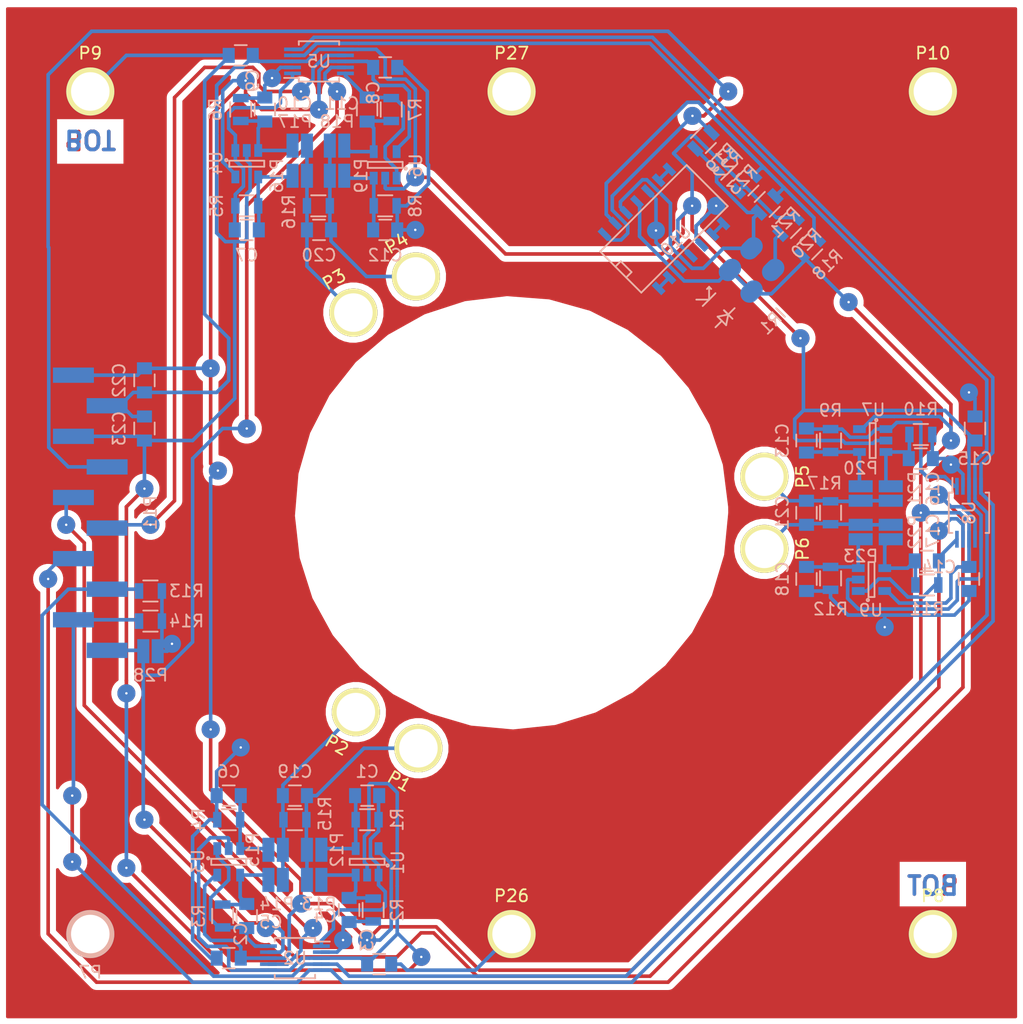
<source format=kicad_pcb>
(kicad_pcb (version 4) (host pcbnew 4.0.2-stable)
  (layers (0 F.Cu signal) (31 B.Cu signal) (34 B.Paste user) (35 F.Paste user) (36 B.SilkS user) (37 F.SilkS user) (38 B.Mask user hide) (39 F.Mask user hide) (44 Edge.Cuts user))
  (net 0 "")
  (net 1 GND)
  (net 2 "Net-(C1-Pad1)")
  (net 3 "Net-(C1-Pad2)")
  (net 4 +9V)
  (net 5 -9VA)
  (net 6 "Net-(C4-Pad1)")
  (net 7 "Net-(C5-Pad1)")
  (net 8 "Net-(C5-Pad2)")
  (net 9 "Net-(C6-Pad1)")
  (net 10 "Net-(C7-Pad1)")
  (net 11 "Net-(C7-Pad2)")
  (net 12 "Net-(C10-Pad1)")
  (net 13 "Net-(C11-Pad1)")
  (net 14 "Net-(C11-Pad2)")
  (net 15 "Net-(C12-Pad1)")
  (net 16 "Net-(C13-Pad1)")
  (net 17 "Net-(C13-Pad2)")
  (net 18 "Net-(C16-Pad1)")
  (net 19 "Net-(C17-Pad1)")
  (net 20 "Net-(C17-Pad2)")
  (net 21 "Net-(C18-Pad1)")
  (net 22 /channel1/SENSORP)
  (net 23 /channel1/SENSORN)
  (net 24 /channel2/SENSORP)
  (net 25 /channel2/SENSORN)
  (net 26 /channel3/SENSORP)
  (net 27 /channel3/SENSORN)
  (net 28 A0)
  (net 29 A1)
  (net 30 REF)
  (net 31 /channel1/OUT)
  (net 32 /channel3/OUT)
  (net 33 /channel2/OUT)
  (net 34 "Net-(IR1-PadE)")
  (net 35 "Net-(IR1-PadK)")
  (net 36 /TACH)
  (net 37 "Net-(R18-Pad2)")
  (net 38 "Net-(U10-Pad6)")
  (net 39 "Net-(U10-Pad8)")
  (net 40 "Net-(U10-Pad13)")
  (module Housings_SSOP:MSOP-10_3x3mm_Pitch0.5mm (layer B.Cu) (at 138 100 270)
    (fp_text reference U8 (at 0 0 270) (layer B.SilkS) (effects (justify mirror)))
    (fp_text value AD8253)
    (pad 1 smd rect (at -2.2 1 270) (size 1.4 0.3) (layers B.Cu B.Paste B.Mask) (net 16 "Net-(C13-Pad1)"))
    (pad 2 smd rect (at -2.2 0.5 270) (size 1.4 0.3) (layers B.Cu B.Paste B.Mask) (net 1 GND))
    (pad 3 smd rect (at -2.2 0 270) (size 1.4 0.3) (layers B.Cu B.Paste B.Mask) (net 5 -9VA))
    (pad 4 smd rect (at -2.2 -0.5 270) (size 1.4 0.3) (layers B.Cu B.Paste B.Mask) (net 28 A0))
    (pad 5 smd rect (at -2.2 -1 270) (size 1.4 0.3) (layers B.Cu B.Paste B.Mask) (net 29 A1))
    (pad 6 smd rect (at 2.2 -1 270) (size 1.4 0.3) (layers B.Cu B.Paste B.Mask) (net 5 -9VA))
    (pad 7 smd rect (at 2.2 -0.5 270) (size 1.4 0.3) (layers B.Cu B.Paste B.Mask) (net 32 /channel3/OUT))
    (pad 8 smd rect (at 2.2 0 270) (size 1.4 0.3) (layers B.Cu B.Paste B.Mask) (net 4 +9V))
    (pad 9 smd rect (at 2.2 0.5 270) (size 1.4 0.3) (layers B.Cu B.Paste B.Mask) (net 30 REF))
    (pad 10 smd rect (at 2.2 1 270) (size 1.4 0.3) (layers B.Cu B.Paste B.Mask) (net 19 "Net-(C17-Pad1)"))
  )
  (module Resistors_SMD:R_0805 (layer B.Cu) (at 70 109)
    (fp_text reference R14 (at 3 0) (layer B.SilkS) (effects (justify mirror)))
    (fp_text value 10k)
    (pad 1 smd rect (at -0.95 0) (size 0.7 1.3) (layers B.Cu B.Paste B.Mask) (net 29 A1))
    (pad 2 smd rect (at 0.95 0) (size 0.7 1.3) (layers B.Cu B.Paste B.Mask) (net 1 GND))
  )
  (module Resistors_SMD:R_0805 (layer B.Cu) (at 115.933823 69.077846 45)
    (fp_text reference R19 (at 0 2.1 45) (layer B.SilkS) (effects (justify mirror)))
    (fp_text value 1M)
    (pad 1 smd rect (at -0.95 0 45) (size 0.7 1.3) (layers B.Cu B.Paste B.Mask) (net 34 "Net-(IR1-PadE)"))
    (pad 2 smd rect (at 0.95 0 45) (size 0.7 1.3) (layers B.Cu B.Paste B.Mask) (net 36 /TACH))
  )
  (module Capacitors_SMD:C_0805 (layer B.Cu) (at 124.5 105.5 270)
    (fp_text reference C18 (at 0 2 270) (layer B.SilkS) (effects (justify mirror)))
    (fp_text value 15p)
    (pad 1 smd rect (at -1 0 270) (size 1 1.25) (layers B.Cu B.Paste B.Mask) (net 21 "Net-(C18-Pad1)"))
    (pad 2 smd rect (at 1 0 270) (size 1 1.25) (layers B.Cu B.Paste B.Mask) (net 1 GND))
  )
  (module SCUBE:M3_PTH (layer B.Cu) (at 65 135)
    (fp_text reference P7 (at 0 3.175) (layer B.SilkS) (effects (justify mirror)))
    (fp_text value M3)
    (pad 1 thru_hole circle (at 0 0) (size 4 4) (drill 3.2) (layers *.Cu *.Mask B.SilkS) (net 1 GND))
  )
  (module SCUBE:M3_PTH (layer F.Cu) (at 135 135)
    (fp_text reference P8 (at 0 -3.175) (layer F.SilkS))
    (fp_text value M3)
    (pad 1 thru_hole circle (at 0 0) (size 4 4) (drill 3.2) (layers *.Cu *.Mask F.SilkS) (net 1 GND))
  )
  (module SCUBE:M3_PTH (layer F.Cu) (at 65 65)
    (fp_text reference P9 (at 0 -3.175) (layer F.SilkS))
    (fp_text value M3)
    (pad 1 thru_hole circle (at 0 0) (size 4 4) (drill 3.2) (layers *.Cu *.Mask F.SilkS) (net 1 GND))
  )
  (module SCUBE:M3_PTH (layer F.Cu) (at 135 65)
    (fp_text reference P10 (at 0 -3.175) (layer F.SilkS))
    (fp_text value M3)
    (pad 1 thru_hole circle (at 0 0) (size 4 4) (drill 3.2) (layers *.Cu *.Mask F.SilkS) (net 1 GND))
  )
  (module Capacitors_SMD:C_0805 (layer B.Cu) (at 88 123.5 180)
    (fp_text reference C1 (at 0 2 180) (layer B.SilkS) (effects (justify mirror)))
    (fp_text value 150p)
    (pad 1 smd rect (at -1 0 180) (size 1 1.25) (layers B.Cu B.Paste B.Mask) (net 2 "Net-(C1-Pad1)"))
    (pad 2 smd rect (at 1 0 180) (size 1 1.25) (layers B.Cu B.Paste B.Mask) (net 3 "Net-(C1-Pad2)"))
  )
  (module Capacitors_SMD:C_0805 (layer B.Cu) (at 76.5 137 180)
    (fp_text reference C2 (at -1 2 270) (layer B.SilkS) (effects (justify mirror)))
    (fp_text value 100n)
    (pad 1 smd rect (at -1 0 180) (size 1 1.25) (layers B.Cu B.Paste B.Mask) (net 4 +9V))
    (pad 2 smd rect (at 1 0 180) (size 1 1.25) (layers B.Cu B.Paste B.Mask) (net 1 GND))
  )
  (module Capacitors_SMD:C_0805 (layer B.Cu) (at 89 137.5 180)
    (fp_text reference C3 (at 1 2 270) (layer B.SilkS) (effects (justify mirror)))
    (fp_text value 100n)
    (pad 1 smd rect (at -1 0 180) (size 1 1.25) (layers B.Cu B.Paste B.Mask) (net 1 GND))
    (pad 2 smd rect (at 1 0 180) (size 1 1.25) (layers B.Cu B.Paste B.Mask) (net 5 -9VA))
  )
  (module Capacitors_SMD:C_0805 (layer B.Cu) (at 86.5 133 270)
    (fp_text reference C4 (at 0.5 2 360) (layer B.SilkS) (effects (justify mirror)))
    (fp_text value 15p)
    (pad 1 smd rect (at -1 0 270) (size 1 1.25) (layers B.Cu B.Paste B.Mask) (net 6 "Net-(C4-Pad1)"))
    (pad 2 smd rect (at 1 0 270) (size 1 1.25) (layers B.Cu B.Paste B.Mask) (net 1 GND))
  )
  (module Capacitors_SMD:C_0805 (layer B.Cu) (at 78 133.5 90)
    (fp_text reference C5 (at -0.5 2 180) (layer B.SilkS) (effects (justify mirror)))
    (fp_text value 150p)
    (pad 1 smd rect (at -1 0 90) (size 1 1.25) (layers B.Cu B.Paste B.Mask) (net 7 "Net-(C5-Pad1)"))
    (pad 2 smd rect (at 1 0 90) (size 1 1.25) (layers B.Cu B.Paste B.Mask) (net 8 "Net-(C5-Pad2)"))
  )
  (module Capacitors_SMD:C_0805 (layer B.Cu) (at 76.5 123.5 180)
    (fp_text reference C6 (at 0 2 180) (layer B.SilkS) (effects (justify mirror)))
    (fp_text value 15p)
    (pad 1 smd rect (at -1 0 180) (size 1 1.25) (layers B.Cu B.Paste B.Mask) (net 9 "Net-(C6-Pad1)"))
    (pad 2 smd rect (at 1 0 180) (size 1 1.25) (layers B.Cu B.Paste B.Mask) (net 1 GND))
  )
  (module Capacitors_SMD:C_0805 (layer B.Cu) (at 78 76.5)
    (fp_text reference C7 (at 0 2.1) (layer B.SilkS) (effects (justify mirror)))
    (fp_text value 150p)
    (pad 1 smd rect (at -1 0) (size 1 1.25) (layers B.Cu B.Paste B.Mask) (net 10 "Net-(C7-Pad1)"))
    (pad 2 smd rect (at 1 0) (size 1 1.25) (layers B.Cu B.Paste B.Mask) (net 11 "Net-(C7-Pad2)"))
  )
  (module Capacitors_SMD:C_0805 (layer B.Cu) (at 89.5 63)
    (fp_text reference C8 (at -1 2.1 90) (layer B.SilkS) (effects (justify mirror)))
    (fp_text value 100n)
    (pad 1 smd rect (at -1 0) (size 1 1.25) (layers B.Cu B.Paste B.Mask) (net 4 +9V))
    (pad 2 smd rect (at 1 0) (size 1 1.25) (layers B.Cu B.Paste B.Mask) (net 1 GND))
  )
  (module Capacitors_SMD:C_0805 (layer B.Cu) (at 77.5 62)
    (fp_text reference C9 (at 1 2.1 90) (layer B.SilkS) (effects (justify mirror)))
    (fp_text value 100n)
    (pad 1 smd rect (at -1 0) (size 1 1.25) (layers B.Cu B.Paste B.Mask) (net 1 GND))
    (pad 2 smd rect (at 1 0) (size 1 1.25) (layers B.Cu B.Paste B.Mask) (net 5 -9VA))
  )
  (module Capacitors_SMD:C_0805 (layer B.Cu) (at 79.5 66.5 90)
    (fp_text reference C10 (at 0.5 2.5 180) (layer B.SilkS) (effects (justify mirror)))
    (fp_text value 15p)
    (pad 1 smd rect (at -1 0 90) (size 1 1.25) (layers B.Cu B.Paste B.Mask) (net 12 "Net-(C10-Pad1)"))
    (pad 2 smd rect (at 1 0 90) (size 1 1.25) (layers B.Cu B.Paste B.Mask) (net 1 GND))
  )
  (module Capacitors_SMD:C_0805 (layer B.Cu) (at 88 66.5 270)
    (fp_text reference C11 (at -0.5 2.1 360) (layer B.SilkS) (effects (justify mirror)))
    (fp_text value 150p)
    (pad 1 smd rect (at -1 0 270) (size 1 1.25) (layers B.Cu B.Paste B.Mask) (net 13 "Net-(C11-Pad1)"))
    (pad 2 smd rect (at 1 0 270) (size 1 1.25) (layers B.Cu B.Paste B.Mask) (net 14 "Net-(C11-Pad2)"))
  )
  (module Capacitors_SMD:C_0805 (layer B.Cu) (at 89.5 76.5)
    (fp_text reference C12 (at 0 2.1) (layer B.SilkS) (effects (justify mirror)))
    (fp_text value 15p)
    (pad 1 smd rect (at -1 0) (size 1 1.25) (layers B.Cu B.Paste B.Mask) (net 15 "Net-(C12-Pad1)"))
    (pad 2 smd rect (at 1 0) (size 1 1.25) (layers B.Cu B.Paste B.Mask) (net 1 GND))
  )
  (module Capacitors_SMD:C_0805 (layer B.Cu) (at 124.5 94 270)
    (fp_text reference C13 (at 0 2 270) (layer B.SilkS) (effects (justify mirror)))
    (fp_text value 150p)
    (pad 1 smd rect (at -1 0 270) (size 1 1.25) (layers B.Cu B.Paste B.Mask) (net 16 "Net-(C13-Pad1)"))
    (pad 2 smd rect (at 1 0 270) (size 1 1.25) (layers B.Cu B.Paste B.Mask) (net 17 "Net-(C13-Pad2)"))
  )
  (module Capacitors_SMD:C_0805 (layer B.Cu) (at 138 105.5 270)
    (fp_text reference C14 (at -1 2.5 360) (layer B.SilkS) (effects (justify mirror)))
    (fp_text value 100n)
    (pad 1 smd rect (at -1 0 270) (size 1 1.25) (layers B.Cu B.Paste B.Mask) (net 4 +9V))
    (pad 2 smd rect (at 1 0 270) (size 1 1.25) (layers B.Cu B.Paste B.Mask) (net 1 GND))
  )
  (module Capacitors_SMD:C_0805 (layer B.Cu) (at 138.5 93 270)
    (fp_text reference C15 (at 2.5 0 360) (layer B.SilkS) (effects (justify mirror)))
    (fp_text value 100n)
    (pad 1 smd rect (at -1 0 270) (size 1 1.25) (layers B.Cu B.Paste B.Mask) (net 1 GND))
    (pad 2 smd rect (at 1 0 270) (size 1 1.25) (layers B.Cu B.Paste B.Mask) (net 5 -9VA))
  )
  (module Capacitors_SMD:C_0805 (layer B.Cu) (at 134 95.5)
    (fp_text reference C16 (at 1 2.5 90) (layer B.SilkS) (effects (justify mirror)))
    (fp_text value 15p)
    (pad 1 smd rect (at -1 0) (size 1 1.25) (layers B.Cu B.Paste B.Mask) (net 18 "Net-(C16-Pad1)"))
    (pad 2 smd rect (at 1 0) (size 1 1.25) (layers B.Cu B.Paste B.Mask) (net 1 GND))
  )
  (module Capacitors_SMD:C_0805 (layer B.Cu) (at 134.5 104 180)
    (fp_text reference C17 (at -0.5 2.5 270) (layer B.SilkS) (effects (justify mirror)))
    (fp_text value 150p)
    (pad 1 smd rect (at -1 0 180) (size 1 1.25) (layers B.Cu B.Paste B.Mask) (net 19 "Net-(C17-Pad1)"))
    (pad 2 smd rect (at 1 0 180) (size 1 1.25) (layers B.Cu B.Paste B.Mask) (net 20 "Net-(C17-Pad2)"))
  )
  (module SCUBE:M3_PTH (layer F.Cu) (at 92.25833 119.562178 150)
    (fp_text reference P1 (at 0 -3.175 150) (layer F.SilkS))
    (fp_text value SENSOR)
    (pad 1 thru_hole circle (at 0 0 150) (size 4 4) (drill 3.2) (layers *.Cu *.Mask F.SilkS) (net 22 /channel1/SENSORP))
  )
  (module SCUBE:M3_PTH (layer F.Cu) (at 87.062178 116.562178 150)
    (fp_text reference P2 (at 0 -3.175 150) (layer F.SilkS))
    (fp_text value SENSOR)
    (pad 1 thru_hole circle (at 0 0 150) (size 4 4) (drill 3.2) (layers *.Cu *.Mask F.SilkS) (net 23 /channel1/SENSORN))
  )
  (module SCUBE:M3_PTH (layer F.Cu) (at 86.857695 83.370835 30)
    (fp_text reference P3 (at 0 -3.175 30) (layer F.SilkS))
    (fp_text value SENSOR)
    (pad 1 thru_hole circle (at 0 0 30) (size 4 4) (drill 3.2) (layers *.Cu *.Mask F.SilkS) (net 24 /channel2/SENSORP))
  )
  (module SCUBE:M3_PTH (layer F.Cu) (at 92.053848 80.370835 30)
    (fp_text reference P4 (at 0 -3.175 30) (layer F.SilkS))
    (fp_text value SENSOR)
    (pad 1 thru_hole circle (at 0 0 30) (size 4 4) (drill 3.2) (layers *.Cu *.Mask F.SilkS) (net 25 /channel2/SENSORN))
  )
  (module SCUBE:M3_PTH (layer F.Cu) (at 121 97 270)
    (fp_text reference P5 (at 0 -3.175 270) (layer F.SilkS))
    (fp_text value SENSOR)
    (pad 1 thru_hole circle (at 0 0 270) (size 4 4) (drill 3.2) (layers *.Cu *.Mask F.SilkS) (net 26 /channel3/SENSORP))
  )
  (module SCUBE:M3_PTH (layer F.Cu) (at 121 103 270)
    (fp_text reference P6 (at 0 -3.175 270) (layer F.SilkS))
    (fp_text value SENSOR)
    (pad 1 thru_hole circle (at 0 0 270) (size 4 4) (drill 3.2) (layers *.Cu *.Mask F.SilkS) (net 27 /channel3/SENSORN))
  )
  (module Resistors_SMD:R_0805 (layer B.Cu) (at 88 125.5 180)
    (fp_text reference R1 (at -2.5 0 270) (layer B.SilkS) (effects (justify mirror)))
    (fp_text value 1M)
    (pad 1 smd rect (at -0.95 0 180) (size 0.7 1.3) (layers B.Cu B.Paste B.Mask) (net 2 "Net-(C1-Pad1)"))
    (pad 2 smd rect (at 0.95 0 180) (size 0.7 1.3) (layers B.Cu B.Paste B.Mask) (net 3 "Net-(C1-Pad2)"))
  )
  (module Resistors_SMD:R_0805 (layer B.Cu) (at 88.5 133 90)
    (fp_text reference R2 (at 0 2 90) (layer B.SilkS) (effects (justify mirror)))
    (fp_text value 1M)
    (pad 1 smd rect (at -0.95 0 90) (size 0.7 1.3) (layers B.Cu B.Paste B.Mask) (net 1 GND))
    (pad 2 smd rect (at 0.95 0 90) (size 0.7 1.3) (layers B.Cu B.Paste B.Mask) (net 6 "Net-(C4-Pad1)"))
  )
  (module Resistors_SMD:R_0805 (layer B.Cu) (at 76 133.5 90)
    (fp_text reference R3 (at 0 -2 90) (layer B.SilkS) (effects (justify mirror)))
    (fp_text value 1M)
    (pad 1 smd rect (at -0.95 0 90) (size 0.7 1.3) (layers B.Cu B.Paste B.Mask) (net 7 "Net-(C5-Pad1)"))
    (pad 2 smd rect (at 0.95 0 90) (size 0.7 1.3) (layers B.Cu B.Paste B.Mask) (net 8 "Net-(C5-Pad2)"))
  )
  (module Resistors_SMD:R_0805 (layer B.Cu) (at 76.5 125.5)
    (fp_text reference R4 (at -2.5 0 90) (layer B.SilkS) (effects (justify mirror)))
    (fp_text value 1M)
    (pad 1 smd rect (at -0.95 0) (size 0.7 1.3) (layers B.Cu B.Paste B.Mask) (net 1 GND))
    (pad 2 smd rect (at 0.95 0) (size 0.7 1.3) (layers B.Cu B.Paste B.Mask) (net 9 "Net-(C6-Pad1)"))
  )
  (module Resistors_SMD:R_0805 (layer B.Cu) (at 78 74.5)
    (fp_text reference R5 (at -2.5 0 90) (layer B.SilkS) (effects (justify mirror)))
    (fp_text value 1M)
    (pad 1 smd rect (at -0.95 0) (size 0.7 1.3) (layers B.Cu B.Paste B.Mask) (net 10 "Net-(C7-Pad1)"))
    (pad 2 smd rect (at 0.95 0) (size 0.7 1.3) (layers B.Cu B.Paste B.Mask) (net 11 "Net-(C7-Pad2)"))
  )
  (module Resistors_SMD:R_0805 (layer B.Cu) (at 77.5 66.5 270)
    (fp_text reference R6 (at 0 2.1 270) (layer B.SilkS) (effects (justify mirror)))
    (fp_text value 1M)
    (pad 1 smd rect (at -0.95 0 270) (size 0.7 1.3) (layers B.Cu B.Paste B.Mask) (net 1 GND))
    (pad 2 smd rect (at 0.95 0 270) (size 0.7 1.3) (layers B.Cu B.Paste B.Mask) (net 12 "Net-(C10-Pad1)"))
  )
  (module Resistors_SMD:R_0805 (layer B.Cu) (at 90 66.5 270)
    (fp_text reference R7 (at 0 -2 270) (layer B.SilkS) (effects (justify mirror)))
    (fp_text value 1M)
    (pad 1 smd rect (at -0.95 0 270) (size 0.7 1.3) (layers B.Cu B.Paste B.Mask) (net 13 "Net-(C11-Pad1)"))
    (pad 2 smd rect (at 0.95 0 270) (size 0.7 1.3) (layers B.Cu B.Paste B.Mask) (net 14 "Net-(C11-Pad2)"))
  )
  (module Resistors_SMD:R_0805 (layer B.Cu) (at 89.5 74.5 180)
    (fp_text reference R8 (at -2.5 0 270) (layer B.SilkS) (effects (justify mirror)))
    (fp_text value 1M)
    (pad 1 smd rect (at -0.95 0 180) (size 0.7 1.3) (layers B.Cu B.Paste B.Mask) (net 1 GND))
    (pad 2 smd rect (at 0.95 0 180) (size 0.7 1.3) (layers B.Cu B.Paste B.Mask) (net 15 "Net-(C12-Pad1)"))
  )
  (module Resistors_SMD:R_0805 (layer B.Cu) (at 126.5 94 270)
    (fp_text reference R9 (at -2.5 0 360) (layer B.SilkS) (effects (justify mirror)))
    (fp_text value 1M)
    (pad 1 smd rect (at -0.95 0 270) (size 0.7 1.3) (layers B.Cu B.Paste B.Mask) (net 16 "Net-(C13-Pad1)"))
    (pad 2 smd rect (at 0.95 0 270) (size 0.7 1.3) (layers B.Cu B.Paste B.Mask) (net 17 "Net-(C13-Pad2)"))
  )
  (module Resistors_SMD:R_0805 (layer B.Cu) (at 134 93.5 180)
    (fp_text reference R10 (at 0 2.1 180) (layer B.SilkS) (effects (justify mirror)))
    (fp_text value 1M)
    (pad 1 smd rect (at -0.95 0 180) (size 0.7 1.3) (layers B.Cu B.Paste B.Mask) (net 1 GND))
    (pad 2 smd rect (at 0.95 0 180) (size 0.7 1.3) (layers B.Cu B.Paste B.Mask) (net 18 "Net-(C16-Pad1)"))
  )
  (module Resistors_SMD:R_0805 (layer B.Cu) (at 134.5 106 180)
    (fp_text reference R11 (at 0 -2 180) (layer B.SilkS) (effects (justify mirror)))
    (fp_text value 1M)
    (pad 1 smd rect (at -0.95 0 180) (size 0.7 1.3) (layers B.Cu B.Paste B.Mask) (net 19 "Net-(C17-Pad1)"))
    (pad 2 smd rect (at 0.95 0 180) (size 0.7 1.3) (layers B.Cu B.Paste B.Mask) (net 20 "Net-(C17-Pad2)"))
  )
  (module Resistors_SMD:R_0805 (layer B.Cu) (at 126.5 105.45 90)
    (fp_text reference R12 (at -2.55 0 180) (layer B.SilkS) (effects (justify mirror)))
    (fp_text value 1M)
    (pad 1 smd rect (at -0.95 0 90) (size 0.7 1.3) (layers B.Cu B.Paste B.Mask) (net 1 GND))
    (pad 2 smd rect (at 0.95 0 90) (size 0.7 1.3) (layers B.Cu B.Paste B.Mask) (net 21 "Net-(C18-Pad1)"))
  )
  (module TO_SOT_Packages_SMD:SOT-23-5 (layer B.Cu) (at 88 129 90)
    (fp_text reference U1 (at -0.05 2.55 90) (layer B.SilkS) (effects (justify mirror)))
    (fp_text value LM6211MF)
    (pad 1 smd rect (at -1.1 0.95 90) (size 1.06 0.65) (layers B.Cu B.Paste B.Mask) (net 2 "Net-(C1-Pad1)"))
    (pad 2 smd rect (at -1.1 0 90) (size 1.06 0.65) (layers B.Cu B.Paste B.Mask) (net 5 -9VA))
    (pad 3 smd rect (at -1.1 -0.95 90) (size 1.06 0.65) (layers B.Cu B.Paste B.Mask) (net 6 "Net-(C4-Pad1)"))
    (pad 4 smd rect (at 1.1 -0.95 90) (size 1.06 0.65) (layers B.Cu B.Paste B.Mask) (net 3 "Net-(C1-Pad2)"))
    (pad 5 smd rect (at 1.1 0.95 90) (size 1.06 0.65) (layers B.Cu B.Paste B.Mask) (net 4 +9V))
  )
  (module Housings_SSOP:MSOP-10_3x3mm_Pitch0.5mm (layer B.Cu) (at 82 137 180)
    (fp_text reference U2 (at 0 0 180) (layer B.SilkS) (effects (justify mirror)))
    (fp_text value AD8253)
    (pad 1 smd rect (at -2.2 1 180) (size 1.4 0.3) (layers B.Cu B.Paste B.Mask) (net 2 "Net-(C1-Pad1)"))
    (pad 2 smd rect (at -2.2 0.5 180) (size 1.4 0.3) (layers B.Cu B.Paste B.Mask) (net 1 GND))
    (pad 3 smd rect (at -2.2 0 180) (size 1.4 0.3) (layers B.Cu B.Paste B.Mask) (net 5 -9VA))
    (pad 4 smd rect (at -2.2 -0.5 180) (size 1.4 0.3) (layers B.Cu B.Paste B.Mask) (net 28 A0))
    (pad 5 smd rect (at -2.2 -1 180) (size 1.4 0.3) (layers B.Cu B.Paste B.Mask) (net 29 A1))
    (pad 6 smd rect (at 2.2 -1 180) (size 1.4 0.3) (layers B.Cu B.Paste B.Mask) (net 5 -9VA))
    (pad 7 smd rect (at 2.2 -0.5 180) (size 1.4 0.3) (layers B.Cu B.Paste B.Mask) (net 31 /channel1/OUT))
    (pad 8 smd rect (at 2.2 0 180) (size 1.4 0.3) (layers B.Cu B.Paste B.Mask) (net 4 +9V))
    (pad 9 smd rect (at 2.2 0.5 180) (size 1.4 0.3) (layers B.Cu B.Paste B.Mask) (net 30 REF))
    (pad 10 smd rect (at 2.2 1 180) (size 1.4 0.3) (layers B.Cu B.Paste B.Mask) (net 7 "Net-(C5-Pad1)"))
  )
  (module TO_SOT_Packages_SMD:SOT-23-5 (layer B.Cu) (at 76.5 129 270)
    (fp_text reference U3 (at -0.05 2.55 270) (layer B.SilkS) (effects (justify mirror)))
    (fp_text value LM6211MF)
    (pad 1 smd rect (at -1.1 0.95 270) (size 1.06 0.65) (layers B.Cu B.Paste B.Mask) (net 7 "Net-(C5-Pad1)"))
    (pad 2 smd rect (at -1.1 0 270) (size 1.06 0.65) (layers B.Cu B.Paste B.Mask) (net 5 -9VA))
    (pad 3 smd rect (at -1.1 -0.95 270) (size 1.06 0.65) (layers B.Cu B.Paste B.Mask) (net 9 "Net-(C6-Pad1)"))
    (pad 4 smd rect (at 1.1 -0.95 270) (size 1.06 0.65) (layers B.Cu B.Paste B.Mask) (net 8 "Net-(C5-Pad2)"))
    (pad 5 smd rect (at 1.1 0.95 270) (size 1.06 0.65) (layers B.Cu B.Paste B.Mask) (net 4 +9V))
  )
  (module TO_SOT_Packages_SMD:SOT-23-5 (layer B.Cu) (at 78 71 270)
    (fp_text reference U4 (at -0.05 2.55 270) (layer B.SilkS) (effects (justify mirror)))
    (fp_text value LM6211MF)
    (pad 1 smd rect (at -1.1 0.95 270) (size 1.06 0.65) (layers B.Cu B.Paste B.Mask) (net 10 "Net-(C7-Pad1)"))
    (pad 2 smd rect (at -1.1 0 270) (size 1.06 0.65) (layers B.Cu B.Paste B.Mask) (net 5 -9VA))
    (pad 3 smd rect (at -1.1 -0.95 270) (size 1.06 0.65) (layers B.Cu B.Paste B.Mask) (net 12 "Net-(C10-Pad1)"))
    (pad 4 smd rect (at 1.1 -0.95 270) (size 1.06 0.65) (layers B.Cu B.Paste B.Mask) (net 11 "Net-(C7-Pad2)"))
    (pad 5 smd rect (at 1.1 0.95 270) (size 1.06 0.65) (layers B.Cu B.Paste B.Mask) (net 4 +9V))
  )
  (module Housings_SSOP:MSOP-10_3x3mm_Pitch0.5mm (layer B.Cu) (at 84 62.5)
    (fp_text reference U5 (at 0 0) (layer B.SilkS) (effects (justify mirror)))
    (fp_text value AD8253)
    (pad 1 smd rect (at -2.2 1) (size 1.4 0.3) (layers B.Cu B.Paste B.Mask) (net 10 "Net-(C7-Pad1)"))
    (pad 2 smd rect (at -2.2 0.5) (size 1.4 0.3) (layers B.Cu B.Paste B.Mask) (net 1 GND))
    (pad 3 smd rect (at -2.2 0) (size 1.4 0.3) (layers B.Cu B.Paste B.Mask) (net 5 -9VA))
    (pad 4 smd rect (at -2.2 -0.5) (size 1.4 0.3) (layers B.Cu B.Paste B.Mask) (net 28 A0))
    (pad 5 smd rect (at -2.2 -1) (size 1.4 0.3) (layers B.Cu B.Paste B.Mask) (net 29 A1))
    (pad 6 smd rect (at 2.2 -1) (size 1.4 0.3) (layers B.Cu B.Paste B.Mask) (net 5 -9VA))
    (pad 7 smd rect (at 2.2 -0.5) (size 1.4 0.3) (layers B.Cu B.Paste B.Mask) (net 33 /channel2/OUT))
    (pad 8 smd rect (at 2.2 0) (size 1.4 0.3) (layers B.Cu B.Paste B.Mask) (net 4 +9V))
    (pad 9 smd rect (at 2.2 0.5) (size 1.4 0.3) (layers B.Cu B.Paste B.Mask) (net 30 REF))
    (pad 10 smd rect (at 2.2 1) (size 1.4 0.3) (layers B.Cu B.Paste B.Mask) (net 13 "Net-(C11-Pad1)"))
  )
  (module TO_SOT_Packages_SMD:SOT-23-5 (layer B.Cu) (at 89.5 71.1 90)
    (fp_text reference U6 (at -0.05 2.55 90) (layer B.SilkS) (effects (justify mirror)))
    (fp_text value LM6211MF)
    (pad 1 smd rect (at -1.1 0.95 90) (size 1.06 0.65) (layers B.Cu B.Paste B.Mask) (net 13 "Net-(C11-Pad1)"))
    (pad 2 smd rect (at -1.1 0 90) (size 1.06 0.65) (layers B.Cu B.Paste B.Mask) (net 5 -9VA))
    (pad 3 smd rect (at -1.1 -0.95 90) (size 1.06 0.65) (layers B.Cu B.Paste B.Mask) (net 15 "Net-(C12-Pad1)"))
    (pad 4 smd rect (at 1.1 -0.95 90) (size 1.06 0.65) (layers B.Cu B.Paste B.Mask) (net 14 "Net-(C11-Pad2)"))
    (pad 5 smd rect (at 1.1 0.95 90) (size 1.06 0.65) (layers B.Cu B.Paste B.Mask) (net 4 +9V))
  )
  (module TO_SOT_Packages_SMD:SOT-23-5 (layer B.Cu) (at 130 94 180)
    (fp_text reference U7 (at -0.05 2.55 180) (layer B.SilkS) (effects (justify mirror)))
    (fp_text value LM6211MF)
    (pad 1 smd rect (at -1.1 0.95 180) (size 1.06 0.65) (layers B.Cu B.Paste B.Mask) (net 16 "Net-(C13-Pad1)"))
    (pad 2 smd rect (at -1.1 0 180) (size 1.06 0.65) (layers B.Cu B.Paste B.Mask) (net 5 -9VA))
    (pad 3 smd rect (at -1.1 -0.95 180) (size 1.06 0.65) (layers B.Cu B.Paste B.Mask) (net 18 "Net-(C16-Pad1)"))
    (pad 4 smd rect (at 1.1 -0.95 180) (size 1.06 0.65) (layers B.Cu B.Paste B.Mask) (net 17 "Net-(C13-Pad2)"))
    (pad 5 smd rect (at 1.1 0.95 180) (size 1.06 0.65) (layers B.Cu B.Paste B.Mask) (net 4 +9V))
  )
  (module TO_SOT_Packages_SMD:SOT-23-5 (layer B.Cu) (at 129.9 105.55)
    (fp_text reference U9 (at -0.05 2.55) (layer B.SilkS) (effects (justify mirror)))
    (fp_text value LM6211MF)
    (pad 1 smd rect (at -1.1 0.95) (size 1.06 0.65) (layers B.Cu B.Paste B.Mask) (net 19 "Net-(C17-Pad1)"))
    (pad 2 smd rect (at -1.1 0) (size 1.06 0.65) (layers B.Cu B.Paste B.Mask) (net 5 -9VA))
    (pad 3 smd rect (at -1.1 -0.95) (size 1.06 0.65) (layers B.Cu B.Paste B.Mask) (net 21 "Net-(C18-Pad1)"))
    (pad 4 smd rect (at 1.1 -0.95) (size 1.06 0.65) (layers B.Cu B.Paste B.Mask) (net 20 "Net-(C17-Pad2)"))
    (pad 5 smd rect (at 1.1 0.95) (size 1.06 0.65) (layers B.Cu B.Paste B.Mask) (net 4 +9V))
  )
  (module SCUBE:M3_PTH (layer F.Cu) (at 100 135)
    (fp_text reference P26 (at 0 -3.175) (layer F.SilkS))
    (fp_text value M3)
    (pad 1 thru_hole circle (at 0 0) (size 4 4) (drill 3.2) (layers *.Cu *.Mask F.SilkS) (net 1 GND))
  )
  (module SCUBE:M3_PTH (layer F.Cu) (at 100 65)
    (fp_text reference P27 (at 0 -3.175) (layer F.SilkS))
    (fp_text value M3)
    (pad 1 thru_hole circle (at 0 0) (size 4 4) (drill 3.2) (layers *.Cu *.Mask F.SilkS) (net 1 GND))
  )
  (module Resistors_SMD:R_0805 (layer B.Cu) (at 70 106.5)
    (fp_text reference R13 (at 3 0) (layer B.SilkS) (effects (justify mirror)))
    (fp_text value 10k)
    (pad 1 smd rect (at -0.95 0) (size 0.7 1.3) (layers B.Cu B.Paste B.Mask) (net 28 A0))
    (pad 2 smd rect (at 0.95 0) (size 0.7 1.3) (layers B.Cu B.Paste B.Mask) (net 1 GND))
  )
  (module SCUBE:SMD_pinheader_1x10 (layer B.Cu) (at 65 100 270)
    (fp_text reference P11 (at 0 -5 270) (layer B.SilkS) (effects (justify mirror)))
    (fp_text value CONN_01X10)
    (pad 1 smd rect (at -11.43 1.4 270) (size 1.27 3.4) (layers B.Cu B.Paste B.Mask) (net 4 +9V))
    (pad 2 smd rect (at -8.89 -1.4 270) (size 1.27 3.4) (layers B.Cu B.Paste B.Mask) (net 1 GND))
    (pad 3 smd rect (at -6.35 1.4 270) (size 1.27 3.4) (layers B.Cu B.Paste B.Mask) (net 5 -9VA))
    (pad 5 smd rect (at -1.27 1.4 270) (size 1.27 3.4) (layers B.Cu B.Paste B.Mask) (net 31 /channel1/OUT))
    (pad 7 smd rect (at 3.81 1.4 270) (size 1.27 3.4) (layers B.Cu B.Paste B.Mask) (net 32 /channel3/OUT))
    (pad 9 smd rect (at 8.89 1.4 270) (size 1.27 3.4) (layers B.Cu B.Paste B.Mask) (net 29 A1))
    (pad 4 smd rect (at -3.81 -1.4 270) (size 1.27 3.4) (layers B.Cu B.Paste B.Mask) (net 36 /TACH))
    (pad 6 smd rect (at 1.27 -1.4 270) (size 1.27 3.4) (layers B.Cu B.Paste B.Mask) (net 33 /channel2/OUT))
    (pad 8 smd rect (at 6.35 -1.4 270) (size 1.27 3.4) (layers B.Cu B.Paste B.Mask) (net 28 A0))
    (pad 10 smd rect (at 11.43 -1.4 270) (size 1.27 3.4) (layers B.Cu B.Paste B.Mask) (net 30 REF))
  )
  (module Capacitors_SMD:C_0805 (layer B.Cu) (at 82 123.5 180)
    (fp_text reference C19 (at 0 2 360) (layer B.SilkS) (effects (justify mirror)))
    (fp_text value 0p)
    (pad 1 smd rect (at -1 0 180) (size 1 1.25) (layers B.Cu B.Paste B.Mask) (net 22 /channel1/SENSORP))
    (pad 2 smd rect (at 1 0 180) (size 1 1.25) (layers B.Cu B.Paste B.Mask) (net 23 /channel1/SENSORN))
  )
  (module Capacitors_SMD:C_0805 (layer B.Cu) (at 84 76.5)
    (fp_text reference C20 (at 0 2.1) (layer B.SilkS) (effects (justify mirror)))
    (fp_text value 0p)
    (pad 1 smd rect (at -1 0) (size 1 1.25) (layers B.Cu B.Paste B.Mask) (net 24 /channel2/SENSORP))
    (pad 2 smd rect (at 1 0) (size 1 1.25) (layers B.Cu B.Paste B.Mask) (net 25 /channel2/SENSORN))
  )
  (module Capacitors_SMD:C_0805 (layer B.Cu) (at 124.5 100 270)
    (fp_text reference C21 (at 0 2 450) (layer B.SilkS) (effects (justify mirror)))
    (fp_text value 0p)
    (pad 1 smd rect (at -1 0 270) (size 1 1.25) (layers B.Cu B.Paste B.Mask) (net 26 /channel3/SENSORP))
    (pad 2 smd rect (at 1 0 270) (size 1 1.25) (layers B.Cu B.Paste B.Mask) (net 27 /channel3/SENSORN))
  )
  (module Capacitors_SMD:C_0805 (layer B.Cu) (at 69.5 89 270)
    (fp_text reference C22 (at 0 2.1 270) (layer B.SilkS) (effects (justify mirror)))
    (fp_text value 10u)
    (pad 1 smd rect (at -1 0 270) (size 1 1.25) (layers B.Cu B.Paste B.Mask) (net 4 +9V))
    (pad 2 smd rect (at 1 0 270) (size 1 1.25) (layers B.Cu B.Paste B.Mask) (net 1 GND))
  )
  (module Capacitors_SMD:C_0805 (layer B.Cu) (at 69.5 93 270)
    (fp_text reference C23 (at 0 2.1 270) (layer B.SilkS) (effects (justify mirror)))
    (fp_text value 10u)
    (pad 1 smd rect (at -1 0 270) (size 1 1.25) (layers B.Cu B.Paste B.Mask) (net 1 GND))
    (pad 2 smd rect (at 1 0 270) (size 1 1.25) (layers B.Cu B.Paste B.Mask) (net 5 -9VA))
  )
  (module Resistors_SMD:R_0805 (layer B.Cu) (at 82 125.5)
    (fp_text reference R15 (at 2.5 -0.5 90) (layer B.SilkS) (effects (justify mirror)))
    (fp_text value 1T)
    (pad 1 smd rect (at -0.95 0) (size 0.7 1.3) (layers B.Cu B.Paste B.Mask) (net 23 /channel1/SENSORN))
    (pad 2 smd rect (at 0.95 0) (size 0.7 1.3) (layers B.Cu B.Paste B.Mask) (net 22 /channel1/SENSORP))
  )
  (module Resistors_SMD:R_0805 (layer B.Cu) (at 83.95 74.5 180)
    (fp_text reference R16 (at 2.45 -0.5 270) (layer B.SilkS) (effects (justify mirror)))
    (fp_text value 1T)
    (pad 1 smd rect (at -0.95 0 180) (size 0.7 1.3) (layers B.Cu B.Paste B.Mask) (net 25 /channel2/SENSORN))
    (pad 2 smd rect (at 0.95 0 180) (size 0.7 1.3) (layers B.Cu B.Paste B.Mask) (net 24 /channel2/SENSORP))
  )
  (module Resistors_SMD:R_0805 (layer B.Cu) (at 126.5 100 90)
    (fp_text reference R17 (at 2.45 -0.5 180) (layer B.SilkS) (effects (justify mirror)))
    (fp_text value 1T)
    (pad 1 smd rect (at -0.95 0 90) (size 0.7 1.3) (layers B.Cu B.Paste B.Mask) (net 27 /channel3/SENSORN))
    (pad 2 smd rect (at 0.95 0 90) (size 0.7 1.3) (layers B.Cu B.Paste B.Mask) (net 26 /channel3/SENSORP))
  )
  (module SCUBE:solder_bridge (layer B.Cu) (at 70 111.5 180)
    (fp_text reference P28 (at 0 -2 180) (layer B.SilkS) (effects (justify mirror)))
    (fp_text value ZEROREF)
    (pad 1 smd rect (at -0.6 0 180) (size 1 2) (layers B.Cu B.Paste B.Mask) (net 1 GND))
    (pad 2 smd rect (at 0.6 0 180) (size 1 2) (layers B.Cu B.Paste B.Mask) (net 30 REF))
  )
  (module SCUBE:solder_bridge (layer B.Cu) (at 129 101.6 270)
    (fp_text reference P23 (at 2 0 360) (layer B.SilkS) (effects (justify mirror)))
    (fp_text value BUFFER)
    (pad 1 smd rect (at -0.6 0 270) (size 1 2) (layers B.Cu B.Paste B.Mask) (net 27 /channel3/SENSORN))
    (pad 2 smd rect (at 0.6 0 270) (size 1 2) (layers B.Cu B.Paste B.Mask) (net 21 "Net-(C18-Pad1)"))
  )
  (module SCUBE:solder_bridge (layer B.Cu) (at 131.5 101.6 90)
    (fp_text reference P22 (at 0 2 90) (layer B.SilkS) (effects (justify mirror)))
    (fp_text value TRANSIMP)
    (pad 1 smd rect (at -0.6 0 90) (size 1 2) (layers B.Cu B.Paste B.Mask) (net 20 "Net-(C17-Pad2)"))
    (pad 2 smd rect (at 0.6 0 90) (size 1 2) (layers B.Cu B.Paste B.Mask) (net 27 /channel3/SENSORN))
  )
  (module SCUBE:solder_bridge (layer B.Cu) (at 131.5 98.4 90)
    (fp_text reference P21 (at 0.4 2 90) (layer B.SilkS) (effects (justify mirror)))
    (fp_text value BUFFER)
    (pad 1 smd rect (at -0.6 0 90) (size 1 2) (layers B.Cu B.Paste B.Mask) (net 26 /channel3/SENSORP))
    (pad 2 smd rect (at 0.6 0 90) (size 1 2) (layers B.Cu B.Paste B.Mask) (net 18 "Net-(C16-Pad1)"))
  )
  (module SCUBE:solder_bridge (layer B.Cu) (at 129 98.4 270)
    (fp_text reference P20 (at -2.1 0 360) (layer B.SilkS) (effects (justify mirror)))
    (fp_text value TRANSIMP)
    (pad 1 smd rect (at -0.6 0 270) (size 1 2) (layers B.Cu B.Paste B.Mask) (net 17 "Net-(C13-Pad2)"))
    (pad 2 smd rect (at 0.6 0 270) (size 1 2) (layers B.Cu B.Paste B.Mask) (net 26 /channel3/SENSORP))
  )
  (module SCUBE:solder_bridge (layer B.Cu) (at 85.5 72)
    (fp_text reference P19 (at 2 0 90) (layer B.SilkS) (effects (justify mirror)))
    (fp_text value BUFFER)
    (pad 1 smd rect (at -0.6 0) (size 1 2) (layers B.Cu B.Paste B.Mask) (net 25 /channel2/SENSORN))
    (pad 2 smd rect (at 0.6 0) (size 1 2) (layers B.Cu B.Paste B.Mask) (net 15 "Net-(C12-Pad1)"))
  )
  (module SCUBE:solder_bridge (layer B.Cu) (at 85.5 69.5 180)
    (fp_text reference P18 (at 0 2 180) (layer B.SilkS) (effects (justify mirror)))
    (fp_text value TRANSIMP)
    (pad 1 smd rect (at -0.6 0 180) (size 1 2) (layers B.Cu B.Paste B.Mask) (net 14 "Net-(C11-Pad2)"))
    (pad 2 smd rect (at 0.6 0 180) (size 1 2) (layers B.Cu B.Paste B.Mask) (net 25 /channel2/SENSORN))
  )
  (module SCUBE:solder_bridge (layer B.Cu) (at 82.4 69.5 180)
    (fp_text reference P17 (at 0.4 2 180) (layer B.SilkS) (effects (justify mirror)))
    (fp_text value BUFFER)
    (pad 1 smd rect (at -0.6 0 180) (size 1 2) (layers B.Cu B.Paste B.Mask) (net 24 /channel2/SENSORP))
    (pad 2 smd rect (at 0.6 0 180) (size 1 2) (layers B.Cu B.Paste B.Mask) (net 12 "Net-(C10-Pad1)"))
  )
  (module SCUBE:solder_bridge (layer B.Cu) (at 82.4 72)
    (fp_text reference P16 (at -1.9 0 90) (layer B.SilkS) (effects (justify mirror)))
    (fp_text value TRANSIMP)
    (pad 1 smd rect (at -0.6 0) (size 1 2) (layers B.Cu B.Paste B.Mask) (net 11 "Net-(C7-Pad2)"))
    (pad 2 smd rect (at 0.6 0) (size 1 2) (layers B.Cu B.Paste B.Mask) (net 24 /channel2/SENSORP))
  )
  (module SCUBE:solder_bridge (layer B.Cu) (at 80.4 128 180)
    (fp_text reference P15 (at 1.9 0 270) (layer B.SilkS) (effects (justify mirror)))
    (fp_text value BUFFER)
    (pad 1 smd rect (at -0.6 0 180) (size 1 2) (layers B.Cu B.Paste B.Mask) (net 23 /channel1/SENSORN))
    (pad 2 smd rect (at 0.6 0 180) (size 1 2) (layers B.Cu B.Paste B.Mask) (net 9 "Net-(C6-Pad1)"))
  )
  (module SCUBE:solder_bridge (layer B.Cu) (at 80.4 130.5)
    (fp_text reference P14 (at 0.1 2 180) (layer B.SilkS) (effects (justify mirror)))
    (fp_text value TRANSIMP)
    (pad 1 smd rect (at -0.6 0) (size 1 2) (layers B.Cu B.Paste B.Mask) (net 8 "Net-(C5-Pad2)"))
    (pad 2 smd rect (at 0.6 0) (size 1 2) (layers B.Cu B.Paste B.Mask) (net 23 /channel1/SENSORN))
  )
  (module SCUBE:solder_bridge (layer B.Cu) (at 83.6 130.5)
    (fp_text reference P13 (at 0.4 2 180) (layer B.SilkS) (effects (justify mirror)))
    (fp_text value BUFFER)
    (pad 1 smd rect (at -0.6 0) (size 1 2) (layers B.Cu B.Paste B.Mask) (net 22 /channel1/SENSORP))
    (pad 2 smd rect (at 0.6 0) (size 1 2) (layers B.Cu B.Paste B.Mask) (net 6 "Net-(C4-Pad1)"))
  )
  (module SCUBE:solder_bridge (layer B.Cu) (at 83.6 128 180)
    (fp_text reference P12 (at -1.9 0 270) (layer B.SilkS) (effects (justify mirror)))
    (fp_text value TRANSIMP)
    (pad 1 smd rect (at -0.6 0 180) (size 1 2) (layers B.Cu B.Paste B.Mask) (net 3 "Net-(C1-Pad2)"))
    (pad 2 smd rect (at 0.6 0 180) (size 1 2) (layers B.Cu B.Paste B.Mask) (net 22 /channel1/SENSORP))
  )
  (module SCUBE:ITR20001-smd (layer B.Cu) (at 118.684467 81.077446 45)
    (fp_text reference IR1 (at 0 4.25 45) (layer B.SilkS) (effects (justify mirror)))
    (fp_text value ITR20001)
    (pad A smd oval (at 0.5 1.27 45) (size 2 1.524) (layers B.Cu B.Paste B.Mask) (net 4 +9V))
    (pad C smd oval (at 0.5 -1.27 45) (size 2 1.524) (layers B.Cu B.Paste B.Mask) (net 4 +9V))
    (pad E smd oval (at 3.04 -1.27 45) (size 2 1.524) (layers B.Cu B.Paste B.Mask) (net 34 "Net-(IR1-PadE)"))
    (pad K smd oval (at 3.04 1.27 45) (size 2 1.524) (layers B.Cu B.Paste B.Mask) (net 35 "Net-(IR1-PadK)"))
  )
  (module Resistors_SMD:R_0805 (layer B.Cu) (at 124.772658 77.91668 45)
    (fp_text reference R18 (at 0 2.1 45) (layer B.SilkS) (effects (justify mirror)))
    (fp_text value 100k)
    (pad 1 smd rect (at -0.95 0 45) (size 0.7 1.3) (layers B.Cu B.Paste B.Mask) (net 4 +9V))
    (pad 2 smd rect (at 0.95 0 45) (size 0.7 1.3) (layers B.Cu B.Paste B.Mask) (net 37 "Net-(R18-Pad2)"))
  )
  (module Resistors_SMD:R_0805 (layer B.Cu) (at 123.004891 76.148913 45)
    (fp_text reference R20 (at 0 2.1 45) (layer B.SilkS) (effects (justify mirror)))
    (fp_text value 10k)
    (pad 1 smd rect (at -0.95 0 45) (size 0.7 1.3) (layers B.Cu B.Paste B.Mask) (net 35 "Net-(IR1-PadK)"))
    (pad 2 smd rect (at 0.95 0 45) (size 0.7 1.3) (layers B.Cu B.Paste B.Mask) (net 5 -9VA))
  )
  (module Resistors_SMD:R_0805 (layer B.Cu) (at 121.237124 74.381146 45)
    (fp_text reference R21 (at 0 2.1 45) (layer B.SilkS) (effects (justify mirror)))
    (fp_text value 1M)
    (pad 1 smd rect (at -0.95 0 45) (size 0.7 1.3) (layers B.Cu B.Paste B.Mask) (net 34 "Net-(IR1-PadE)"))
    (pad 2 smd rect (at 0.95 0 45) (size 0.7 1.3) (layers B.Cu B.Paste B.Mask) (net 37 "Net-(R18-Pad2)"))
  )
  (module Resistors_SMD:R_0805 (layer B.Cu) (at 119.469357 72.613379 225)
    (fp_text reference R22 (at 0 2.1 225) (layer B.SilkS) (effects (justify mirror)))
    (fp_text value 100k)
    (pad 1 smd rect (at -0.95 0 225) (size 0.7 1.3) (layers B.Cu B.Paste B.Mask) (net 37 "Net-(R18-Pad2)"))
    (pad 2 smd rect (at 0.95 0 225) (size 0.7 1.3) (layers B.Cu B.Paste B.Mask) (net 5 -9VA))
  )
  (module Resistors_SMD:R_0805 (layer B.Cu) (at 117.70159 70.845612 45)
    (fp_text reference R23 (at 0 2.1 45) (layer B.SilkS) (effects (justify mirror)))
    (fp_text value 100k)
    (pad 1 smd rect (at -0.95 0 45) (size 0.7 1.3) (layers B.Cu B.Paste B.Mask) (net 34 "Net-(IR1-PadE)"))
    (pad 2 smd rect (at 0.95 0 45) (size 0.7 1.3) (layers B.Cu B.Paste B.Mask) (net 5 -9VA))
  )
  (module SMD_Packages:SOIC-14_N (layer B.Cu) (at 112.751843 76.502467 45)
    (fp_text reference U10 (at 0 1.27 45) (layer B.SilkS) (effects (justify mirror)))
    (fp_text value LM324)
    (pad 1 smd rect (at -3.81 -3.302 45) (size 0.508 1.143) (layers B.Cu B.Paste B.Mask) (net 36 /TACH))
    (pad 2 smd rect (at -2.54 -3.302 45) (size 0.508 1.143) (layers B.Cu B.Paste B.Mask) (net 37 "Net-(R18-Pad2)"))
    (pad 3 smd rect (at -1.27 -3.302 45) (size 0.508 1.143) (layers B.Cu B.Paste B.Mask) (net 34 "Net-(IR1-PadE)"))
    (pad 4 smd rect (at 0 -3.302 45) (size 0.508 1.143) (layers B.Cu B.Paste B.Mask) (net 4 +9V))
    (pad 5 smd rect (at 1.27 -3.302 45) (size 0.508 1.143) (layers B.Cu B.Paste B.Mask) (net 1 GND))
    (pad 6 smd rect (at 2.54 -3.302 45) (size 0.508 1.143) (layers B.Cu B.Paste B.Mask) (net 38 "Net-(U10-Pad6)"))
    (pad 7 smd rect (at 3.81 -3.302 45) (size 0.508 1.143) (layers B.Cu B.Paste B.Mask) (net 38 "Net-(U10-Pad6)"))
    (pad 8 smd rect (at 3.81 3.048 45) (size 0.508 1.143) (layers B.Cu B.Paste B.Mask) (net 39 "Net-(U10-Pad8)"))
    (pad 9 smd rect (at 2.54 3.048 45) (size 0.508 1.143) (layers B.Cu B.Paste B.Mask) (net 39 "Net-(U10-Pad8)"))
    (pad 11 smd rect (at 0 3.048 45) (size 0.508 1.143) (layers B.Cu B.Paste B.Mask) (net 5 -9VA))
    (pad 12 smd rect (at -1.27 3.048 45) (size 0.508 1.143) (layers B.Cu B.Paste B.Mask) (net 1 GND))
    (pad 13 smd rect (at -2.54 3.048 45) (size 0.508 1.143) (layers B.Cu B.Paste B.Mask) (net 40 "Net-(U10-Pad13)"))
    (pad 14 smd rect (at -3.81 3.048 45) (size 0.508 1.143) (layers B.Cu B.Paste B.Mask) (net 40 "Net-(U10-Pad13)"))
    (pad 10 smd rect (at 1.27 3.048 45) (size 0.508 1.143) (layers B.Cu B.Paste B.Mask) (net 1 GND))
  )
  (gr_text BOT (at 65 69 180) (layer B.Cu) (effects (font (size 1.5 1.5) (thickness 0.3)) (justify mirror)))
  (gr_text TOP (at 65 69 180) (layer F.Cu) (effects (font (size 1.5 1.5) (thickness 0.3))))
  (gr_text BOT (at 135 131) (layer B.Cu) (effects (font (size 1.5 1.5) (thickness 0.3)) (justify mirror)))
  (gr_text TOP (at 135 131) (layer F.Cu) (effects (font (size 1.5 1.5) (thickness 0.3))))
  (gr_circle (center 100 100) (end 117.5 100) (layer Edge.Cuts) (width 0.001))
  (gr_line (start 57.5 142.5) (end 57.5 57.5) (layer Edge.Cuts) (width 0.001))
  (gr_line (start 142.5 142.5) (end 57.5 142.5) (layer Edge.Cuts) (width 0.001))
  (gr_line (start 142.5 57.5) (end 142.5 142.5) (layer Edge.Cuts) (width 0.001))
  (gr_line (start 57.5 57.5) (end 142.5 57.5) (layer Edge.Cuts) (width 0.001))
  (segment (start 131 108.500031) (end 134.801333 108.500031) (width 0.3) (layer B.Cu) (net 1))
  (segment (start 127.950031 108.500031) (end 131 108.500031) (width 0.3) (layer B.Cu) (net 1))
  (segment (start 131 108.500031) (end 131 109.5) (width 0.3) (layer B.Cu) (net 1))
  (via (at 131 109.5) (size 1.5) (drill 0.2) (layers F.Cu B.Cu) (net 1))
  (segment (start 138.5 92) (end 138.5 90.5) (width 0.3) (layer B.Cu) (net 1))
  (via (at 138 90) (size 1.5) (drill 0.2) (layers F.Cu B.Cu) (net 1))
  (segment (start 138.5 90.5) (end 138 90) (width 0.3) (layer B.Cu) (net 1))
  (segment (start 116.250001 75.249999) (end 117 74.5) (width 0.3) (layer B.Cu) (net 1))
  (segment (start 115.330309 76.169691) (end 116.250001 75.249999) (width 0.3) (layer B.Cu) (net 1))
  (segment (start 115.330309 77.284882) (end 115.330309 76.169691) (width 0.3) (layer B.Cu) (net 1))
  (segment (start 115.80513 77.759703) (end 115.330309 77.284882) (width 0.3) (layer B.Cu) (net 1))
  (via (at 117 74.5) (size 1.5) (drill 0.2) (layers F.Cu B.Cu) (net 1))
  (segment (start 90 137.5) (end 90.8 137.5) (width 0.3) (layer B.Cu) (net 1))
  (segment (start 90.8 137.5) (end 91.3 138) (width 0.3) (layer B.Cu) (net 1))
  (segment (start 91.3 138) (end 97 138) (width 0.3) (layer B.Cu) (net 1))
  (segment (start 97 138) (end 98.000001 136.999999) (width 0.3) (layer B.Cu) (net 1))
  (segment (start 98.000001 136.999999) (end 100 135) (width 0.3) (layer B.Cu) (net 1))
  (segment (start 76.5 62) (end 68 62) (width 0.3) (layer B.Cu) (net 1))
  (segment (start 68 62) (end 65 65) (width 0.3) (layer B.Cu) (net 1))
  (segment (start 71.4 111.5) (end 71.787171 111.112829) (width 0.3) (layer B.Cu) (net 1))
  (segment (start 70.6 111.5) (end 71.4 111.5) (width 0.3) (layer B.Cu) (net 1))
  (segment (start 71.787171 111.112829) (end 71.787171 110.887181) (width 0.3) (layer B.Cu) (net 1))
  (via (at 71.787171 110.887181) (size 1.5) (drill 0.2) (layers F.Cu B.Cu) (net 1))
  (segment (start 90.45 74.5) (end 91.263006 74.5) (width 0.3) (layer B.Cu) (net 1))
  (segment (start 93.100002 71.100002) (end 93 71) (width 0.3) (layer B.Cu) (net 1))
  (segment (start 91.263006 74.5) (end 93.100002 72.663004) (width 0.3) (layer B.Cu) (net 1))
  (segment (start 93.100002 72.663004) (end 93.100002 71.100002) (width 0.3) (layer B.Cu) (net 1))
  (segment (start 93 71) (end 93 65) (width 0.3) (layer B.Cu) (net 1))
  (segment (start 93 65) (end 92.500029 64.500029) (width 0.3) (layer B.Cu) (net 1))
  (segment (start 76.5 62.125) (end 76.5 62) (width 0.3) (layer B.Cu) (net 1))
  (segment (start 74.5 64.125) (end 76.5 62.125) (width 0.3) (layer B.Cu) (net 1))
  (segment (start 76.499989 85.499989) (end 74.5 83.5) (width 0.3) (layer B.Cu) (net 1))
  (segment (start 76.499989 89.000011) (end 76.499989 85.499989) (width 0.3) (layer B.Cu) (net 1))
  (segment (start 75.5 90) (end 76.499989 89.000011) (width 0.3) (layer B.Cu) (net 1))
  (segment (start 69.5 90) (end 75.5 90) (width 0.3) (layer B.Cu) (net 1))
  (segment (start 74.5 83.5) (end 74.5 64.125) (width 0.3) (layer B.Cu) (net 1))
  (segment (start 81.8 63) (end 80.8 63) (width 0.3) (layer B.Cu) (net 1))
  (segment (start 80.8 63) (end 80.10001 63.69999) (width 0.3) (layer B.Cu) (net 1))
  (via (at 80.10001 63.890535) (size 1.5) (drill 0.2) (layers F.Cu B.Cu) (net 1))
  (segment (start 79.5 65.5) (end 79.5 64.490545) (width 0.3) (layer B.Cu) (net 1))
  (segment (start 79.5 64.490545) (end 80.10001 63.890535) (width 0.3) (layer B.Cu) (net 1))
  (segment (start 80.10001 63.69999) (end 80.10001 63.890535) (width 0.3) (layer B.Cu) (net 1))
  (segment (start 90.5 76.5) (end 92 76.5) (width 0.3) (layer B.Cu) (net 1))
  (via (at 92 76.5) (size 1.5) (drill 0.2) (layers F.Cu B.Cu) (net 1))
  (segment (start 138 107.3) (end 138 106.5) (width 0.3) (layer B.Cu) (net 1))
  (segment (start 136.800011 108.499989) (end 138 107.3) (width 0.3) (layer B.Cu) (net 1))
  (segment (start 134.801375 108.499989) (end 136.800011 108.499989) (width 0.3) (layer B.Cu) (net 1))
  (segment (start 134.801333 108.500031) (end 134.801375 108.499989) (width 0.3) (layer B.Cu) (net 1))
  (segment (start 126.5 107.05) (end 127.950031 108.500031) (width 0.3) (layer B.Cu) (net 1))
  (segment (start 126.5 106.4) (end 126.5 107.05) (width 0.3) (layer B.Cu) (net 1))
  (segment (start 136.5 96.000012) (end 138 94.500012) (width 0.3) (layer F.Cu) (net 1))
  (segment (start 138 94.500012) (end 138 84) (width 0.3) (layer F.Cu) (net 1))
  (segment (start 138 84) (end 130.502467 76.502467) (width 0.3) (layer F.Cu) (net 1))
  (segment (start 130.502467 76.502467) (end 119.002467 76.502467) (width 0.3) (layer F.Cu) (net 1))
  (segment (start 119.002467 76.502467) (end 115.5 73) (width 0.3) (layer F.Cu) (net 1))
  (segment (start 115.5 73) (end 114.486543 73) (width 0.3) (layer F.Cu) (net 1))
  (segment (start 114.486543 73) (end 111.995776 75.490767) (width 0.3) (layer F.Cu) (net 1))
  (segment (start 111.995776 75.490767) (end 111.995776 76.551427) (width 0.3) (layer F.Cu) (net 1))
  (segment (start 111.995776 76.551427) (end 111.995776 73.950349) (width 0.3) (layer B.Cu) (net 1))
  (segment (start 111.995776 73.950349) (end 111.315002 73.269575) (width 0.3) (layer B.Cu) (net 1))
  (segment (start 114.009079 79.555754) (end 111.995776 77.542451) (width 0.3) (layer B.Cu) (net 1))
  (segment (start 111.995776 77.542451) (end 111.995776 76.551427) (width 0.3) (layer B.Cu) (net 1))
  (via (at 111.995776 76.551427) (size 1.5) (drill 0.2) (layers F.Cu B.Cu) (net 1))
  (segment (start 75.5 123.5) (end 75.5 121.5) (width 0.3) (layer B.Cu) (net 1))
  (segment (start 75.5 121.5) (end 77.5 119.5) (width 0.3) (layer B.Cu) (net 1))
  (via (at 77.5 119.5) (size 1.5) (drill 0.2) (layers F.Cu B.Cu) (net 1))
  (segment (start 84.2 136.5) (end 85.5 136.5) (width 0.3) (layer B.Cu) (net 1))
  (segment (start 85.5 136.5) (end 86 136) (width 0.3) (layer B.Cu) (net 1))
  (segment (start 86 136) (end 86 135.499998) (width 0.3) (layer B.Cu) (net 1))
  (segment (start 86 135.499998) (end 86 134.5) (width 0.3) (layer B.Cu) (net 1))
  (segment (start 86 134.5) (end 86.5 134) (width 0.3) (layer B.Cu) (net 1))
  (via (at 86 135.499998) (size 1.5) (drill 0.2) (layers F.Cu B.Cu) (net 1))
  (segment (start 137.5 97.8) (end 137.5 96.8) (width 0.3) (layer B.Cu) (net 1))
  (segment (start 135 95.5) (end 135.999988 95.5) (width 0.3) (layer B.Cu) (net 1))
  (segment (start 137.5 96.8) (end 136.700012 96.000012) (width 0.3) (layer B.Cu) (net 1))
  (segment (start 135.999988 95.5) (end 136.5 96.000012) (width 0.3) (layer B.Cu) (net 1))
  (via (at 136.5 96.000012) (size 1.5) (drill 0.2) (layers F.Cu B.Cu) (net 1))
  (segment (start 136.700012 96.000012) (end 136.5 96.000012) (width 0.3) (layer B.Cu) (net 1))
  (segment (start 134.95 93.5) (end 134.95 95.45) (width 0.3) (layer B.Cu) (net 1))
  (segment (start 134.95 95.45) (end 135 95.5) (width 0.3) (layer B.Cu) (net 1))
  (segment (start 92.500029 64.500029) (end 91 63) (width 0.3) (layer B.Cu) (net 1))
  (segment (start 91 63) (end 90.5 63) (width 0.3) (layer B.Cu) (net 1))
  (segment (start 92.500029 64.500029) (end 92.5 64.5) (width 0.3) (layer B.Cu) (net 1))
  (segment (start 73.499967 130.585789) (end 73.499967 135.499967) (width 0.3) (layer B.Cu) (net 1))
  (segment (start 74.9 125.5) (end 73.5 126.9) (width 0.3) (layer B.Cu) (net 1))
  (segment (start 73.499967 135.499967) (end 75 137) (width 0.3) (layer B.Cu) (net 1))
  (segment (start 75.55 125.5) (end 74.9 125.5) (width 0.3) (layer B.Cu) (net 1))
  (segment (start 73.5 126.9) (end 73.5 130.585756) (width 0.3) (layer B.Cu) (net 1))
  (segment (start 73.5 130.585756) (end 73.499967 130.585789) (width 0.3) (layer B.Cu) (net 1))
  (segment (start 75 137) (end 75.5 137) (width 0.3) (layer B.Cu) (net 1))
  (segment (start 70.95 109) (end 70.95 111.15) (width 0.3) (layer B.Cu) (net 1))
  (segment (start 70.95 111.15) (end 70.6 111.5) (width 0.3) (layer B.Cu) (net 1))
  (segment (start 70.95 109) (end 70.95 106.5) (width 0.3) (layer B.Cu) (net 1))
  (segment (start 68.575 90) (end 69.5 90) (width 0.3) (layer B.Cu) (net 1))
  (segment (start 67.465 91.11) (end 68.575 90) (width 0.3) (layer B.Cu) (net 1))
  (segment (start 66.4 91.11) (end 67.465 91.11) (width 0.3) (layer B.Cu) (net 1))
  (segment (start 66.4 91.11) (end 67.61 91.11) (width 0.3) (layer B.Cu) (net 1))
  (segment (start 67.61 91.11) (end 68.5 92) (width 0.3) (layer B.Cu) (net 1))
  (segment (start 68.5 92) (end 69.5 92) (width 0.3) (layer B.Cu) (net 1))
  (segment (start 88.5 133.95) (end 86.55 133.95) (width 0.3) (layer B.Cu) (net 1))
  (segment (start 86.55 133.95) (end 86.5 134) (width 0.3) (layer B.Cu) (net 1))
  (segment (start 75.5 123.5) (end 75.5 125.45) (width 0.3) (layer B.Cu) (net 1))
  (segment (start 75.5 125.45) (end 75.55 125.5) (width 0.3) (layer B.Cu) (net 1))
  (segment (start 77.5 65.55) (end 79.45 65.55) (width 0.3) (layer B.Cu) (net 1))
  (segment (start 79.45 65.55) (end 79.5 65.5) (width 0.3) (layer B.Cu) (net 1))
  (segment (start 124.5 106.5) (end 126.4 106.5) (width 0.3) (layer B.Cu) (net 1))
  (segment (start 126.4 106.5) (end 126.5 106.4) (width 0.3) (layer B.Cu) (net 1))
  (segment (start 90.5 76.5) (end 90.5 74.55) (width 0.3) (layer B.Cu) (net 1))
  (segment (start 90.5 74.55) (end 90.45 74.5) (width 0.3) (layer B.Cu) (net 1))
  (segment (start 84.2 135.55) (end 84.2 136) (width 0.3) (layer B.Cu) (net 2))
  (segment (start 85.2 134.55) (end 84.2 135.55) (width 0.3) (layer B.Cu) (net 2))
  (segment (start 89.180002 133) (end 85.744998 133) (width 0.3) (layer B.Cu) (net 2))
  (segment (start 89.500001 132.680001) (end 89.180002 133) (width 0.3) (layer B.Cu) (net 2))
  (segment (start 89.500001 131.480001) (end 89.500001 132.680001) (width 0.3) (layer B.Cu) (net 2))
  (segment (start 88.95 130.1) (end 88.95 130.93) (width 0.3) (layer B.Cu) (net 2))
  (segment (start 88.95 130.93) (end 89.500001 131.480001) (width 0.3) (layer B.Cu) (net 2))
  (segment (start 85.2 133.544998) (end 85.2 134.55) (width 0.3) (layer B.Cu) (net 2))
  (segment (start 85.744998 133) (end 85.2 133.544998) (width 0.3) (layer B.Cu) (net 2))
  (segment (start 88.95 126.45) (end 88.95 125.5) (width 0.3) (layer B.Cu) (net 2))
  (segment (start 88.95 129.27) (end 88.274999 128.594999) (width 0.3) (layer B.Cu) (net 2))
  (segment (start 88.274999 127.125001) (end 88.95 126.45) (width 0.3) (layer B.Cu) (net 2))
  (segment (start 88.95 130.1) (end 88.95 129.27) (width 0.3) (layer B.Cu) (net 2))
  (segment (start 88.274999 128.594999) (end 88.274999 127.125001) (width 0.3) (layer B.Cu) (net 2))
  (segment (start 88.95 125.5) (end 88.95 123.55) (width 0.3) (layer B.Cu) (net 2))
  (segment (start 88.95 123.55) (end 89 123.5) (width 0.3) (layer B.Cu) (net 2))
  (segment (start 87.05 125.5) (end 87.05 127.9) (width 0.3) (layer B.Cu) (net 3))
  (segment (start 87.05 125.5) (end 87.05 123.55) (width 0.3) (layer B.Cu) (net 3))
  (segment (start 87.05 123.55) (end 87 123.5) (width 0.3) (layer B.Cu) (net 3))
  (segment (start 87.05 127.9) (end 84.3 127.9) (width 0.3) (layer B.Cu) (net 3))
  (segment (start 84.3 127.9) (end 84.2 128) (width 0.3) (layer B.Cu) (net 3))
  (segment (start 81.527826 133.472174) (end 81.777826 133.222174) (width 0.3) (layer B.Cu) (net 4))
  (segment (start 81.527826 136.643686) (end 81.527826 133.472174) (width 0.3) (layer B.Cu) (net 4))
  (segment (start 81.171512 137) (end 81.527826 136.643686) (width 0.3) (layer B.Cu) (net 4))
  (segment (start 81.777826 133.222174) (end 82.527825 132.472175) (width 0.3) (layer B.Cu) (net 4))
  (segment (start 79.8 137) (end 81.171512 137) (width 0.3) (layer B.Cu) (net 4))
  (segment (start 93.735113 134.399987) (end 97.335126 138) (width 0.3) (layer F.Cu) (net 4))
  (segment (start 134 114) (end 134 101.06066) (width 0.3) (layer F.Cu) (net 4))
  (segment (start 134 101.06066) (end 134 100) (width 0.3) (layer F.Cu) (net 4))
  (segment (start 110 138) (end 134 114) (width 0.3) (layer F.Cu) (net 4))
  (segment (start 97.335126 138) (end 110 138) (width 0.3) (layer F.Cu) (net 4))
  (segment (start 89.100013 134.399987) (end 93.735113 134.399987) (width 0.3) (layer F.Cu) (net 4))
  (segment (start 88 135.5) (end 89.100013 134.399987) (width 0.3) (layer F.Cu) (net 4))
  (via (at 75.60001 96.5) (size 1.5) (drill 0.2) (layers F.Cu B.Cu) (net 4))
  (segment (start 75 88) (end 75 95.89999) (width 0.3) (layer F.Cu) (net 4))
  (segment (start 75 95.89999) (end 75.60001 96.5) (width 0.3) (layer F.Cu) (net 4))
  (segment (start 75 118) (end 75 97.10001) (width 0.3) (layer B.Cu) (net 4))
  (segment (start 75 97.10001) (end 75.60001 96.5) (width 0.3) (layer B.Cu) (net 4))
  (segment (start 75 123) (end 75 118) (width 0.3) (layer F.Cu) (net 4))
  (via (at 75 118) (size 1.5) (drill 0.2) (layers F.Cu B.Cu) (net 4))
  (segment (start 75 123) (end 82.5 130.5) (width 0.3) (layer F.Cu) (net 4))
  (segment (start 82.5 130.5) (end 82.5 132.44435) (width 0.3) (layer F.Cu) (net 4))
  (segment (start 82.5 132.44435) (end 82.527825 132.472175) (width 0.3) (layer F.Cu) (net 4))
  (segment (start 83.588485 132.472175) (end 82.527825 132.472175) (width 0.3) (layer F.Cu) (net 4))
  (segment (start 84.972175 132.472175) (end 83.588485 132.472175) (width 0.3) (layer F.Cu) (net 4))
  (via (at 82.527825 132.472175) (size 1.5) (drill 0.2) (layers F.Cu B.Cu) (net 4))
  (segment (start 88 135.5) (end 84.972175 132.472175) (width 0.3) (layer F.Cu) (net 4))
  (segment (start 75 67) (end 77.149991 64.850009) (width 0.3) (layer F.Cu) (net 4))
  (segment (start 77.05 71.895) (end 76.000011 70.845011) (width 0.3) (layer B.Cu) (net 4))
  (segment (start 77.05 72.1) (end 77.05 71.895) (width 0.3) (layer B.Cu) (net 4))
  (segment (start 84 66.5) (end 79.23932 66.5) (width 0.3) (layer F.Cu) (net 4))
  (segment (start 77.89999 65.16067) (end 77.89999 64.10001) (width 0.3) (layer F.Cu) (net 4))
  (segment (start 75.999988 68.287112) (end 75.999988 64.939352) (width 0.3) (layer B.Cu) (net 4))
  (segment (start 75.999988 64.939352) (end 76.83933 64.10001) (width 0.3) (layer B.Cu) (net 4))
  (via (at 77.89999 64.10001) (size 1.5) (drill 0.2) (layers F.Cu B.Cu) (net 4))
  (segment (start 76.000011 70.845011) (end 76.000011 68.287135) (width 0.3) (layer B.Cu) (net 4))
  (segment (start 79.23932 66.5) (end 77.89999 65.16067) (width 0.3) (layer F.Cu) (net 4))
  (segment (start 75 88) (end 75 67) (width 0.3) (layer F.Cu) (net 4))
  (segment (start 77.149991 64.850009) (end 77.89999 64.10001) (width 0.3) (layer F.Cu) (net 4))
  (segment (start 76.000011 68.287135) (end 75.999988 68.287112) (width 0.3) (layer B.Cu) (net 4))
  (segment (start 76.83933 64.10001) (end 77.89999 64.10001) (width 0.3) (layer B.Cu) (net 4))
  (segment (start 136.5 105.075) (end 137.075 104.5) (width 0.3) (layer B.Cu) (net 4))
  (segment (start 137.075 104.5) (end 138 104.5) (width 0.3) (layer B.Cu) (net 4))
  (segment (start 132.205009 107.500009) (end 134.387111 107.500009) (width 0.3) (layer B.Cu) (net 4))
  (segment (start 134.387153 107.499967) (end 136.085789 107.499967) (width 0.3) (layer B.Cu) (net 4))
  (segment (start 136.085789 107.499967) (end 136.5 107.085756) (width 0.3) (layer B.Cu) (net 4))
  (segment (start 131 106.5) (end 131.205 106.5) (width 0.3) (layer B.Cu) (net 4))
  (segment (start 136.5 107.085756) (end 136.5 105.075) (width 0.3) (layer B.Cu) (net 4))
  (segment (start 131.205 106.5) (end 132.205009 107.500009) (width 0.3) (layer B.Cu) (net 4))
  (segment (start 134.387111 107.500009) (end 134.387153 107.499967) (width 0.3) (layer B.Cu) (net 4))
  (segment (start 128 82.5) (end 124.100907 78.600907) (width 0.3) (layer B.Cu) (net 4))
  (segment (start 124.100907 78.600907) (end 124.100907 78.588431) (width 0.3) (layer B.Cu) (net 4))
  (segment (start 136.5 94.00001) (end 136.5 91) (width 0.3) (layer F.Cu) (net 4))
  (segment (start 136.5 91) (end 128 82.5) (width 0.3) (layer F.Cu) (net 4))
  (via (at 128 82.5) (size 1.5) (drill 0.2) (layers F.Cu B.Cu) (net 4))
  (segment (start 69.5 88) (end 75 88) (width 0.3) (layer B.Cu) (net 4))
  (via (at 75 88) (size 1.5) (drill 0.2) (layers F.Cu B.Cu) (net 4))
  (segment (start 134 100) (end 134 96.50001) (width 0.3) (layer F.Cu) (net 4))
  (segment (start 135.750001 94.750009) (end 136.5 94.00001) (width 0.3) (layer F.Cu) (net 4))
  (segment (start 136.5 92.93935) (end 136.5 94.00001) (width 0.3) (layer B.Cu) (net 4))
  (segment (start 135.560638 91.999988) (end 136.5 92.93935) (width 0.3) (layer B.Cu) (net 4))
  (segment (start 134 96.50001) (end 135.750001 94.750009) (width 0.3) (layer F.Cu) (net 4))
  (segment (start 131.792867 92.000011) (end 131.79289 91.999988) (width 0.3) (layer B.Cu) (net 4))
  (segment (start 130.154989 92.000011) (end 131.792867 92.000011) (width 0.3) (layer B.Cu) (net 4))
  (segment (start 129.105 93.05) (end 130.154989 92.000011) (width 0.3) (layer B.Cu) (net 4))
  (segment (start 128.9 93.05) (end 129.105 93.05) (width 0.3) (layer B.Cu) (net 4))
  (segment (start 131.79289 91.999988) (end 135.560638 91.999988) (width 0.3) (layer B.Cu) (net 4))
  (via (at 136.5 94.00001) (size 1.5) (drill 0.2) (layers F.Cu B.Cu) (net 4))
  (segment (start 89.06066 135.5) (end 88 135.5) (width 0.3) (layer B.Cu) (net 4))
  (segment (start 90.000012 134.560648) (end 89.06066 135.5) (width 0.3) (layer B.Cu) (net 4))
  (segment (start 90.000012 131.212888) (end 90.000012 134.560648) (width 0.3) (layer B.Cu) (net 4))
  (segment (start 89.999989 129.154989) (end 89.999989 131.212865) (width 0.3) (layer B.Cu) (net 4))
  (segment (start 88.95 128.105) (end 89.999989 129.154989) (width 0.3) (layer B.Cu) (net 4))
  (segment (start 88.95 127.9) (end 88.95 128.105) (width 0.3) (layer B.Cu) (net 4))
  (segment (start 89.999989 131.212865) (end 90.000012 131.212888) (width 0.3) (layer B.Cu) (net 4))
  (via (at 88 135.5) (size 1.5) (drill 0.2) (layers F.Cu B.Cu) (net 4))
  (segment (start 79.8 137) (end 77.5 137) (width 0.3) (layer B.Cu) (net 4))
  (segment (start 138 102.2) (end 138 104.5) (width 0.3) (layer B.Cu) (net 4))
  (segment (start 90.45 70) (end 90.45 69.795) (width 0.3) (layer B.Cu) (net 4))
  (segment (start 91.500012 68.744988) (end 91.500012 65.000012) (width 0.3) (layer B.Cu) (net 4))
  (segment (start 90.45 69.795) (end 91.500012 68.744988) (width 0.3) (layer B.Cu) (net 4))
  (segment (start 91.500012 65.000012) (end 91 64.5) (width 0.3) (layer B.Cu) (net 4))
  (segment (start 91 64.5) (end 89 64.5) (width 0.3) (layer B.Cu) (net 4))
  (segment (start 89 64.5) (end 88.5 64) (width 0.3) (layer B.Cu) (net 4))
  (segment (start 88.5 64) (end 88.5 63) (width 0.3) (layer B.Cu) (net 4))
  (segment (start 86.2 62.5) (end 88 62.5) (width 0.3) (layer B.Cu) (net 4))
  (segment (start 88 62.5) (end 88.5 63) (width 0.3) (layer B.Cu) (net 4))
  (segment (start 75.55 130.1) (end 75.55 130.05) (width 0.3) (layer B.Cu) (net 4))
  (segment (start 75.55 130.05) (end 75.5 130) (width 0.3) (layer B.Cu) (net 4))
  (segment (start 75.5 130) (end 74.499988 131.000012) (width 0.3) (layer B.Cu) (net 4))
  (segment (start 74.499988 131.000012) (end 74.499988 134.999988) (width 0.3) (layer B.Cu) (net 4))
  (segment (start 74.499988 134.999988) (end 75.024988 135.524988) (width 0.3) (layer B.Cu) (net 4))
  (segment (start 75.024988 135.524988) (end 76.949988 135.524988) (width 0.3) (layer B.Cu) (net 4))
  (segment (start 76.949988 135.524988) (end 77.5 136.075) (width 0.3) (layer B.Cu) (net 4))
  (segment (start 77.5 136.075) (end 77.5 137) (width 0.3) (layer B.Cu) (net 4))
  (segment (start 119.936046 81.621918) (end 118.139995 79.825867) (width 0.3) (layer B.Cu) (net 4))
  (segment (start 118.139995 79.825867) (end 117.220756 80.745106) (width 0.3) (layer B.Cu) (net 4))
  (segment (start 117.220756 80.745106) (end 114.344245 80.745106) (width 0.3) (layer B.Cu) (net 4))
  (segment (start 114.344245 80.745106) (end 110.630523 77.031384) (width 0.3) (layer B.Cu) (net 4))
  (segment (start 110.630523 77.031384) (end 110.630523 76.502467) (width 0.3) (layer B.Cu) (net 4))
  (segment (start 110.630523 76.502467) (end 110.641483 76.491507) (width 0.3) (layer B.Cu) (net 4))
  (segment (start 110.641483 76.491507) (end 110.641483 74.392107) (width 0.3) (layer B.Cu) (net 4))
  (segment (start 110.641483 74.392107) (end 110.416976 74.1676) (width 0.3) (layer B.Cu) (net 4))
  (segment (start 119.936046 81.621918) (end 120.119896 81.805768) (width 0.3) (layer B.Cu) (net 4))
  (segment (start 121.590678 81.805768) (end 124.419105 78.97734) (width 0.3) (layer B.Cu) (net 4))
  (segment (start 124.419105 78.97734) (end 124.419105 78.90663) (width 0.3) (layer B.Cu) (net 4))
  (segment (start 124.419105 78.90663) (end 124.100907 78.588432) (width 0.3) (layer B.Cu) (net 4))
  (segment (start 120.119896 81.805768) (end 121.590678 81.805768) (width 0.3) (layer B.Cu) (net 4))
  (segment (start 63.6 88.57) (end 68.93 88.57) (width 0.3) (layer B.Cu) (net 4))
  (segment (start 68.93 88.57) (end 69.5 88) (width 0.3) (layer B.Cu) (net 4))
  (segment (start 84.792878 62.5) (end 85.2 62.5) (width 0.3) (layer B.Cu) (net 4))
  (segment (start 85.2 62.5) (end 86.2 62.5) (width 0.3) (layer B.Cu) (net 4))
  (segment (start 84 63.292878) (end 84.792878 62.5) (width 0.3) (layer B.Cu) (net 4))
  (segment (start 84 66.5) (end 84 63.292878) (width 0.3) (layer B.Cu) (net 4))
  (via (at 84 66.5) (size 1.5) (drill 0.2) (layers F.Cu B.Cu) (net 4))
  (segment (start 137.207122 100) (end 135.06066 100) (width 0.3) (layer B.Cu) (net 4))
  (segment (start 138 100.792878) (end 137.207122 100) (width 0.3) (layer B.Cu) (net 4))
  (segment (start 138 102.2) (end 138 100.792878) (width 0.3) (layer B.Cu) (net 4))
  (segment (start 135.06066 100) (end 134 100) (width 0.3) (layer B.Cu) (net 4))
  (via (at 134 100) (size 1.5) (drill 0.2) (layers F.Cu B.Cu) (net 4))
  (segment (start 91.5 138) (end 76.499999 138) (width 0.3) (layer F.Cu) (net 5))
  (segment (start 76.499999 138) (end 68.749998 130.249999) (width 0.3) (layer F.Cu) (net 5))
  (segment (start 68.749998 130.249999) (end 67.999999 129.5) (width 0.3) (layer F.Cu) (net 5))
  (segment (start 117.502439 71) (end 119.5 72.997561) (width 0.3) (layer B.Cu) (net 5))
  (segment (start 119.5 72.997561) (end 121.979601 75.477162) (width 0.3) (layer B.Cu) (net 5))
  (segment (start 118.797606 73.28513) (end 119.115803 72.966933) (width 0.3) (layer B.Cu) (net 5))
  (segment (start 119.115803 72.966933) (end 119.469372 72.966933) (width 0.3) (layer B.Cu) (net 5))
  (segment (start 119.469372 72.966933) (end 119.5 72.997561) (width 0.3) (layer B.Cu) (net 5))
  (segment (start 115.194919 68.69248) (end 117.502439 71) (width 0.3) (layer B.Cu) (net 5))
  (segment (start 117.547202 71) (end 117.502439 71) (width 0.3) (layer B.Cu) (net 5))
  (segment (start 118.373341 70.173861) (end 117.547202 71) (width 0.3) (layer B.Cu) (net 5))
  (segment (start 67.999999 128.43934) (end 67.999999 129.5) (width 0.3) (layer B.Cu) (net 5))
  (segment (start 67.999999 116.060661) (end 67.999999 128.43934) (width 0.3) (layer B.Cu) (net 5))
  (segment (start 68 115) (end 67.999999 116.060661) (width 0.3) (layer B.Cu) (net 5))
  (via (at 67.999999 129.5) (size 1.5) (drill 0.2) (layers F.Cu B.Cu) (net 5))
  (segment (start 68 99.5) (end 68 113.93934) (width 0.3) (layer F.Cu) (net 5))
  (segment (start 69.5 98) (end 68 99.5) (width 0.3) (layer F.Cu) (net 5))
  (segment (start 68 113.93934) (end 68 115) (width 0.3) (layer F.Cu) (net 5))
  (via (at 68 115) (size 1.5) (drill 0.2) (layers F.Cu B.Cu) (net 5))
  (segment (start 91.750001 136.149991) (end 92.5 136.89999) (width 0.3) (layer B.Cu) (net 5))
  (segment (start 90.599988 134.999978) (end 91.750001 136.149991) (width 0.3) (layer B.Cu) (net 5))
  (segment (start 90.500022 134.999978) (end 90.599988 134.999978) (width 0.3) (layer B.Cu) (net 5))
  (via (at 92.5 136.89999) (size 1.5) (drill 0.2) (layers F.Cu B.Cu) (net 5))
  (segment (start 92.5 137) (end 92.5 136.89999) (width 0.3) (layer F.Cu) (net 5))
  (segment (start 92.250001 137.249999) (end 92.5 137) (width 0.3) (layer F.Cu) (net 5))
  (segment (start 79.8 138) (end 81.585756 138) (width 0.3) (layer B.Cu) (net 5))
  (segment (start 82.585756 137) (end 83.2 137) (width 0.3) (layer B.Cu) (net 5))
  (segment (start 81.585756 138) (end 82.585756 137) (width 0.3) (layer B.Cu) (net 5))
  (segment (start 83.2 137) (end 84.2 137) (width 0.3) (layer B.Cu) (net 5))
  (segment (start 91.5 138) (end 92.250001 137.249999) (width 0.3) (layer F.Cu) (net 5))
  (segment (start 115 74.5) (end 115 71.679556) (width 0.3) (layer B.Cu) (net 5))
  (segment (start 113.45895 70.138491) (end 114.904961 68.69248) (width 0.3) (layer B.Cu) (net 5))
  (segment (start 121.979601 75.477162) (end 123.676643 75.477162) (width 0.3) (layer B.Cu) (net 5))
  (segment (start 113.45895 70.138506) (end 113.45895 70.138491) (width 0.3) (layer B.Cu) (net 5))
  (segment (start 115 71.679556) (end 113.45895 70.138506) (width 0.3) (layer B.Cu) (net 5))
  (segment (start 114.904961 68.69248) (end 115.194919 68.69248) (width 0.3) (layer B.Cu) (net 5))
  (segment (start 92 71.074342) (end 92 72.135002) (width 0.3) (layer B.Cu) (net 5))
  (segment (start 92.000022 71.07432) (end 92 71.074342) (width 0.3) (layer B.Cu) (net 5))
  (segment (start 92.000022 64.7929) (end 92.000022 71.07432) (width 0.3) (layer B.Cu) (net 5))
  (segment (start 91.182123 63.975001) (end 92.000022 64.7929) (width 0.3) (layer B.Cu) (net 5))
  (segment (start 87.200022 61.500022) (end 88.755024 61.500022) (width 0.3) (layer B.Cu) (net 5))
  (segment (start 89.5 63.755002) (end 89.719999 63.975001) (width 0.3) (layer B.Cu) (net 5))
  (segment (start 87.2 61.5) (end 87.200022 61.500022) (width 0.3) (layer B.Cu) (net 5))
  (segment (start 89.719999 63.975001) (end 91.182123 63.975001) (width 0.3) (layer B.Cu) (net 5))
  (segment (start 86.2 61.5) (end 87.2 61.5) (width 0.3) (layer B.Cu) (net 5))
  (segment (start 88.755024 61.500022) (end 89.5 62.244998) (width 0.3) (layer B.Cu) (net 5))
  (segment (start 89.5 62.244998) (end 89.5 63.755002) (width 0.3) (layer B.Cu) (net 5))
  (segment (start 115 74.5) (end 114.250001 75.249999) (width 0.3) (layer F.Cu) (net 5))
  (segment (start 93.135002 72.135002) (end 92 72.135002) (width 0.3) (layer F.Cu) (net 5))
  (segment (start 114.250001 75.249999) (end 114.250001 76.749999) (width 0.3) (layer F.Cu) (net 5))
  (segment (start 114.250001 76.749999) (end 112.5 78.5) (width 0.3) (layer F.Cu) (net 5))
  (segment (start 112.5 78.5) (end 99.5 78.5) (width 0.3) (layer F.Cu) (net 5))
  (segment (start 99.5 78.5) (end 93.135002 72.135002) (width 0.3) (layer F.Cu) (net 5))
  (segment (start 91.055001 73.080001) (end 92 72.135002) (width 0.3) (layer B.Cu) (net 5))
  (via (at 92 72.135002) (size 1.5) (drill 0.2) (layers F.Cu B.Cu) (net 5))
  (segment (start 77 90.5) (end 73.5 94) (width 0.3) (layer B.Cu) (net 5))
  (segment (start 73.5 94) (end 69.5 94) (width 0.3) (layer B.Cu) (net 5))
  (segment (start 77.780001 77.475001) (end 77 77.475001) (width 0.3) (layer B.Cu) (net 5))
  (segment (start 77 77.475001) (end 76.219999 77.475001) (width 0.3) (layer B.Cu) (net 5))
  (segment (start 77 77.475001) (end 77 90.5) (width 0.3) (layer B.Cu) (net 5))
  (segment (start 75.499978 64.500022) (end 77.024999 62.975001) (width 0.3) (layer B.Cu) (net 5))
  (segment (start 77.024999 62.975001) (end 77.649999 62.975001) (width 0.3) (layer B.Cu) (net 5))
  (segment (start 77.649999 62.975001) (end 78.5 62.125) (width 0.3) (layer B.Cu) (net 5))
  (segment (start 78.5 62.125) (end 78.5 62) (width 0.3) (layer B.Cu) (net 5))
  (segment (start 81.8 62.5) (end 79 62.5) (width 0.3) (layer B.Cu) (net 5))
  (segment (start 79 62.5) (end 78.5 62) (width 0.3) (layer B.Cu) (net 5))
  (segment (start 127.919999 105.600001) (end 127.97 105.55) (width 0.3) (layer B.Cu) (net 5))
  (segment (start 134.594264 107.999978) (end 134.594222 108.00002) (width 0.3) (layer B.Cu) (net 5))
  (segment (start 134.594222 108.00002) (end 128.815018 108.00002) (width 0.3) (layer B.Cu) (net 5))
  (segment (start 136.2929 107.999978) (end 134.594264 107.999978) (width 0.3) (layer B.Cu) (net 5))
  (segment (start 137.024999 107.267879) (end 136.2929 107.999978) (width 0.3) (layer B.Cu) (net 5))
  (segment (start 137.024999 105.719999) (end 137.024999 107.267879) (width 0.3) (layer B.Cu) (net 5))
  (segment (start 128.815018 108.00002) (end 127.919999 107.105001) (width 0.3) (layer B.Cu) (net 5))
  (segment (start 127.919999 107.105001) (end 127.919999 105.600001) (width 0.3) (layer B.Cu) (net 5))
  (segment (start 137.244998 105.5) (end 137.024999 105.719999) (width 0.3) (layer B.Cu) (net 5))
  (segment (start 127.97 105.55) (end 128.8 105.55) (width 0.3) (layer B.Cu) (net 5))
  (segment (start 138.755002 105.5) (end 137.244998 105.5) (width 0.3) (layer B.Cu) (net 5))
  (segment (start 139 102.2) (end 139 105.255002) (width 0.3) (layer B.Cu) (net 5))
  (segment (start 139 105.255002) (end 138.755002 105.5) (width 0.3) (layer B.Cu) (net 5))
  (segment (start 138 98.8) (end 138 97.8) (width 0.3) (layer B.Cu) (net 5))
  (segment (start 138 99.207122) (end 138 98.8) (width 0.3) (layer B.Cu) (net 5))
  (segment (start 139 100.207122) (end 138 99.207122) (width 0.3) (layer B.Cu) (net 5))
  (segment (start 139 102.2) (end 139 100.207122) (width 0.3) (layer B.Cu) (net 5))
  (segment (start 113.812503 77.563127) (end 113.812503 75.687497) (width 0.3) (layer B.Cu) (net 5))
  (segment (start 113.812503 75.687497) (end 115 74.5) (width 0.3) (layer B.Cu) (net 5))
  (segment (start 124 85.5) (end 115 76.5) (width 0.3) (layer F.Cu) (net 5))
  (segment (start 115 76.5) (end 115 74.5) (width 0.3) (layer F.Cu) (net 5))
  (via (at 115 74.5) (size 1.5) (drill 0.2) (layers F.Cu B.Cu) (net 5))
  (segment (start 124.244998 91.5) (end 124.244998 85.744998) (width 0.3) (layer B.Cu) (net 5))
  (segment (start 124.244998 85.744998) (end 124 85.5) (width 0.3) (layer B.Cu) (net 5))
  (via (at 124 85.5) (size 1.5) (drill 0.2) (layers F.Cu B.Cu) (net 5))
  (segment (start 69.5 94) (end 69.5 98) (width 0.3) (layer B.Cu) (net 5))
  (via (at 69.5 98) (size 1.5) (drill 0.2) (layers F.Cu B.Cu) (net 5))
  (segment (start 78 69.9) (end 78 70.73) (width 0.3) (layer B.Cu) (net 5))
  (segment (start 75.499978 68.494222) (end 75.499978 64.500022) (width 0.3) (layer B.Cu) (net 5))
  (segment (start 78 70.73) (end 78.274999 71.004999) (width 0.3) (layer B.Cu) (net 5))
  (segment (start 78.274999 71.004999) (end 78.274999 73.225001) (width 0.3) (layer B.Cu) (net 5))
  (segment (start 76.219999 77.475001) (end 75.5 76.755002) (width 0.3) (layer B.Cu) (net 5))
  (segment (start 75.5 76.755002) (end 75.5 68.494246) (width 0.3) (layer B.Cu) (net 5))
  (segment (start 78.274999 73.225001) (end 78 73.5) (width 0.3) (layer B.Cu) (net 5))
  (segment (start 78 73.5) (end 78 77.255002) (width 0.3) (layer B.Cu) (net 5))
  (segment (start 78 77.255002) (end 77.780001 77.475001) (width 0.3) (layer B.Cu) (net 5))
  (segment (start 75.5 68.494246) (end 75.499978 68.494222) (width 0.3) (layer B.Cu) (net 5))
  (segment (start 138 97.8) (end 138 94) (width 0.3) (layer B.Cu) (net 5))
  (segment (start 138 94) (end 138.100006 93.899994) (width 0.3) (layer B.Cu) (net 5))
  (segment (start 131.585756 91.5) (end 124.244998 91.5) (width 0.3) (layer B.Cu) (net 5))
  (segment (start 138.100006 93.899994) (end 138.100006 93.600006) (width 0.3) (layer B.Cu) (net 5))
  (segment (start 138.100006 93.600006) (end 135.999977 91.499977) (width 0.3) (layer B.Cu) (net 5))
  (segment (start 127.5 94) (end 127.725012 94.225012) (width 0.3) (layer B.Cu) (net 5))
  (segment (start 130.27 94) (end 131.1 94) (width 0.3) (layer B.Cu) (net 5))
  (segment (start 135.999977 91.499977) (end 131.585779 91.499977) (width 0.3) (layer B.Cu) (net 5))
  (segment (start 124.244998 91.5) (end 123.524999 92.219999) (width 0.3) (layer B.Cu) (net 5))
  (segment (start 131.585779 91.499977) (end 131.585756 91.5) (width 0.3) (layer B.Cu) (net 5))
  (segment (start 123.524999 92.219999) (end 123.524999 93.780001) (width 0.3) (layer B.Cu) (net 5))
  (segment (start 127.725012 94.225012) (end 130.044988 94.225012) (width 0.3) (layer B.Cu) (net 5))
  (segment (start 123.524999 93.780001) (end 123.744998 94) (width 0.3) (layer B.Cu) (net 5))
  (segment (start 123.744998 94) (end 127.5 94) (width 0.3) (layer B.Cu) (net 5))
  (segment (start 130.044988 94.225012) (end 130.27 94) (width 0.3) (layer B.Cu) (net 5))
  (segment (start 84.2 137) (end 87.5 137) (width 0.3) (layer B.Cu) (net 5))
  (segment (start 87.5 137) (end 88 137.5) (width 0.3) (layer B.Cu) (net 5))
  (segment (start 90.5 128.947878) (end 90.5 131.005754) (width 0.3) (layer B.Cu) (net 5))
  (segment (start 90.500022 131.005778) (end 90.500022 134.999978) (width 0.3) (layer B.Cu) (net 5))
  (segment (start 90.5 131.005754) (end 90.500022 131.005778) (width 0.3) (layer B.Cu) (net 5))
  (segment (start 90.500022 134.999978) (end 88.125 137.375) (width 0.3) (layer B.Cu) (net 5))
  (segment (start 88.125 137.375) (end 88 137.375) (width 0.3) (layer B.Cu) (net 5))
  (segment (start 88 137.375) (end 88 137.5) (width 0.3) (layer B.Cu) (net 5))
  (segment (start 88 137.375) (end 88.375 137) (width 0.3) (layer B.Cu) (net 5))
  (segment (start 88 130.1) (end 88 129.27) (width 0.3) (layer B.Cu) (net 5))
  (segment (start 88 129.27) (end 87.774989 129.044989) (width 0.3) (layer B.Cu) (net 5))
  (segment (start 90.5 128.947878) (end 90.500023 128.947901) (width 0.3) (layer B.Cu) (net 5))
  (segment (start 87.774989 129.044989) (end 87.774989 126.882887) (width 0.3) (layer B.Cu) (net 5))
  (segment (start 88.149999 126.507877) (end 88.149999 122.594999) (width 0.3) (layer B.Cu) (net 5))
  (segment (start 87.774989 126.882887) (end 88.149999 126.507877) (width 0.3) (layer B.Cu) (net 5))
  (segment (start 88.149999 122.594999) (end 88.244998 122.5) (width 0.3) (layer B.Cu) (net 5))
  (segment (start 88.244998 122.5) (end 89.755002 122.5) (width 0.3) (layer B.Cu) (net 5))
  (segment (start 89.755002 122.5) (end 90.5 123.244998) (width 0.3) (layer B.Cu) (net 5))
  (segment (start 90.5 123.244998) (end 90.5 128.947878) (width 0.3) (layer B.Cu) (net 5))
  (segment (start 79.8 138) (end 76.744998 138) (width 0.3) (layer B.Cu) (net 5))
  (segment (start 76.744998 138) (end 76.5 137.755002) (width 0.3) (layer B.Cu) (net 5))
  (segment (start 89.5 72.2) (end 89.5 73.03) (width 0.3) (layer B.Cu) (net 5))
  (segment (start 89.5 73.03) (end 89.550001 73.080001) (width 0.3) (layer B.Cu) (net 5))
  (segment (start 89.550001 73.080001) (end 91.055001 73.080001) (width 0.3) (layer B.Cu) (net 5))
  (segment (start 76.5 127.07) (end 76.5 127.9) (width 0.3) (layer B.Cu) (net 5))
  (segment (start 76.280001 136.024999) (end 74.732121 136.024999) (width 0.3) (layer B.Cu) (net 5))
  (segment (start 74.964998 127) (end 76.43 127) (width 0.3) (layer B.Cu) (net 5))
  (segment (start 76.43 127) (end 76.5 127.07) (width 0.3) (layer B.Cu) (net 5))
  (segment (start 74.000011 127.964987) (end 74.964998 127) (width 0.3) (layer B.Cu) (net 5))
  (segment (start 74.732121 136.024999) (end 73.999978 135.292856) (width 0.3) (layer B.Cu) (net 5))
  (segment (start 73.999978 135.292856) (end 73.999978 130.7929) (width 0.3) (layer B.Cu) (net 5))
  (segment (start 73.999978 130.7929) (end 74.000011 130.792867) (width 0.3) (layer B.Cu) (net 5))
  (segment (start 74.000011 130.792867) (end 74.000011 127.964987) (width 0.3) (layer B.Cu) (net 5))
  (segment (start 76.5 136.244998) (end 76.280001 136.024999) (width 0.3) (layer B.Cu) (net 5))
  (segment (start 76.5 137.755002) (end 76.5 136.244998) (width 0.3) (layer B.Cu) (net 5))
  (segment (start 113.812503 77.563127) (end 114.907104 78.657728) (width 0.3) (layer B.Cu) (net 5))
  (segment (start 63.6 93.65) (end 69.15 93.65) (width 0.3) (layer B.Cu) (net 5))
  (segment (start 69.15 93.65) (end 69.5 94) (width 0.3) (layer B.Cu) (net 5))
  (segment (start 86.2 61.5) (end 84 61.5) (width 0.3) (layer B.Cu) (net 5))
  (segment (start 84 61.5) (end 83 62.5) (width 0.3) (layer B.Cu) (net 5))
  (segment (start 83 62.5) (end 81.8 62.5) (width 0.3) (layer B.Cu) (net 5))
  (segment (start 87.05 130.1) (end 87.05 131.45) (width 0.3) (layer B.Cu) (net 6))
  (segment (start 87.05 131.45) (end 86.5 132) (width 0.3) (layer B.Cu) (net 6))
  (segment (start 87.05 130.1) (end 84.6 130.1) (width 0.3) (layer B.Cu) (net 6))
  (segment (start 84.6 130.1) (end 84.2 130.5) (width 0.3) (layer B.Cu) (net 6))
  (segment (start 86.5 132) (end 88.45 132) (width 0.3) (layer B.Cu) (net 6))
  (segment (start 88.45 132) (end 88.5 132.05) (width 0.3) (layer B.Cu) (net 6))
  (segment (start 78 134.5) (end 78 135.3) (width 0.3) (layer B.Cu) (net 7))
  (segment (start 78.8 136) (end 79.8 136) (width 0.3) (layer B.Cu) (net 7))
  (segment (start 78 135.3) (end 78.7 136) (width 0.3) (layer B.Cu) (net 7))
  (segment (start 78.7 136) (end 78.8 136) (width 0.3) (layer B.Cu) (net 7))
  (segment (start 75.55 127.9) (end 75.55 128.55) (width 0.3) (layer B.Cu) (net 7))
  (segment (start 74.999999 132.000001) (end 74.999999 133.749999) (width 0.3) (layer B.Cu) (net 7))
  (segment (start 75.55 128.55) (end 76.5 129.5) (width 0.3) (layer B.Cu) (net 7))
  (segment (start 76.5 129.5) (end 76.5 130.5) (width 0.3) (layer B.Cu) (net 7))
  (segment (start 76.5 130.5) (end 74.999999 132.000001) (width 0.3) (layer B.Cu) (net 7))
  (segment (start 74.999999 133.749999) (end 75.7 134.45) (width 0.3) (layer B.Cu) (net 7))
  (segment (start 75.7 134.45) (end 76 134.45) (width 0.3) (layer B.Cu) (net 7))
  (segment (start 76 134.45) (end 77.95 134.45) (width 0.3) (layer B.Cu) (net 7))
  (segment (start 77.95 134.45) (end 78 134.5) (width 0.3) (layer B.Cu) (net 7))
  (segment (start 78 134.5) (end 78 134.7) (width 0.3) (layer B.Cu) (net 7))
  (segment (start 76 132.55) (end 77.95 132.55) (width 0.3) (layer B.Cu) (net 8))
  (segment (start 77.95 132.55) (end 78 132.5) (width 0.3) (layer B.Cu) (net 8))
  (segment (start 77.45 130.1) (end 77.45 131.95) (width 0.3) (layer B.Cu) (net 8))
  (segment (start 77.45 131.95) (end 78 132.5) (width 0.3) (layer B.Cu) (net 8))
  (segment (start 77.45 130.1) (end 79.4 130.1) (width 0.3) (layer B.Cu) (net 8))
  (segment (start 79.4 130.1) (end 79.8 130.5) (width 0.3) (layer B.Cu) (net 8))
  (segment (start 77.45 125.5) (end 77.45 123.55) (width 0.3) (layer B.Cu) (net 9))
  (segment (start 77.45 123.55) (end 77.5 123.5) (width 0.3) (layer B.Cu) (net 9))
  (segment (start 77.45 127.9) (end 77.45 125.5) (width 0.3) (layer B.Cu) (net 9))
  (segment (start 77.45 127.9) (end 79.7 127.9) (width 0.3) (layer B.Cu) (net 9))
  (segment (start 79.7 127.9) (end 79.8 128) (width 0.3) (layer B.Cu) (net 9))
  (segment (start 77.05 69.9) (end 77.05 68.630002) (width 0.3) (layer B.Cu) (net 10))
  (segment (start 80.8 64.95) (end 81.8 63.95) (width 0.3) (layer B.Cu) (net 10))
  (segment (start 81.8 63.95) (end 81.8 63.5) (width 0.3) (layer B.Cu) (net 10))
  (segment (start 80.8 65.955002) (end 80.8 64.95) (width 0.3) (layer B.Cu) (net 10))
  (segment (start 80.405001 66.350001) (end 80.8 65.955002) (width 0.3) (layer B.Cu) (net 10))
  (segment (start 76.499999 66.819999) (end 76.969997 66.350001) (width 0.3) (layer B.Cu) (net 10))
  (segment (start 76.969997 66.350001) (end 80.405001 66.350001) (width 0.3) (layer B.Cu) (net 10))
  (segment (start 76.499999 68.080001) (end 76.499999 66.819999) (width 0.3) (layer B.Cu) (net 10))
  (segment (start 77.05 68.630002) (end 76.499999 68.080001) (width 0.3) (layer B.Cu) (net 10))
  (segment (start 77.05 74.5) (end 77.05 73.55) (width 0.3) (layer B.Cu) (net 10))
  (segment (start 77.05 73.55) (end 77.725001 72.874999) (width 0.3) (layer B.Cu) (net 10))
  (segment (start 77.725001 72.874999) (end 77.725001 71.405001) (width 0.3) (layer B.Cu) (net 10))
  (segment (start 77.725001 71.405001) (end 77.05 70.73) (width 0.3) (layer B.Cu) (net 10))
  (segment (start 77.05 70.73) (end 77.05 69.9) (width 0.3) (layer B.Cu) (net 10))
  (segment (start 77 76.5) (end 77 74.55) (width 0.3) (layer B.Cu) (net 10))
  (segment (start 77 74.55) (end 77.05 74.5) (width 0.3) (layer B.Cu) (net 10))
  (segment (start 78.95 74.5) (end 78.95 72.1) (width 0.3) (layer B.Cu) (net 11))
  (segment (start 79 76.5) (end 79 74.55) (width 0.3) (layer B.Cu) (net 11))
  (segment (start 79 74.55) (end 78.95 74.5) (width 0.3) (layer B.Cu) (net 11))
  (segment (start 78.95 72.1) (end 81.7 72.1) (width 0.3) (layer B.Cu) (net 11))
  (segment (start 81.7 72.1) (end 81.8 72) (width 0.3) (layer B.Cu) (net 11))
  (segment (start 78.95 69.9) (end 78.95 68.05) (width 0.3) (layer B.Cu) (net 12))
  (segment (start 78.95 68.05) (end 79.000012 67.999988) (width 0.3) (layer B.Cu) (net 12))
  (segment (start 77.5 67.45) (end 79.45 67.45) (width 0.3) (layer B.Cu) (net 12))
  (segment (start 79.45 67.45) (end 79.5 67.5) (width 0.3) (layer B.Cu) (net 12))
  (segment (start 78.95 69.9) (end 81.4 69.9) (width 0.3) (layer B.Cu) (net 12))
  (segment (start 81.4 69.9) (end 81.8 69.5) (width 0.3) (layer B.Cu) (net 12))
  (segment (start 90.45 72.2) (end 90.45 71.45) (width 0.3) (layer B.Cu) (net 13))
  (segment (start 89.5 70.5) (end 89.5 69.580002) (width 0.3) (layer B.Cu) (net 13))
  (segment (start 90.45 71.45) (end 89.5 70.5) (width 0.3) (layer B.Cu) (net 13))
  (segment (start 89.5 69.580002) (end 91.000001 68.080001) (width 0.3) (layer B.Cu) (net 13))
  (segment (start 91.000001 68.080001) (end 91.000001 66.250001) (width 0.3) (layer B.Cu) (net 13))
  (segment (start 91.000001 66.250001) (end 90.3 65.55) (width 0.3) (layer B.Cu) (net 13))
  (segment (start 90.3 65.55) (end 90 65.55) (width 0.3) (layer B.Cu) (net 13))
  (segment (start 88 65.5) (end 86.2 63.7) (width 0.3) (layer B.Cu) (net 13))
  (segment (start 86.2 63.7) (end 86.2 63.5) (width 0.3) (layer B.Cu) (net 13))
  (segment (start 88 65.5) (end 89.95 65.5) (width 0.3) (layer B.Cu) (net 13))
  (segment (start 89.95 65.5) (end 90 65.55) (width 0.3) (layer B.Cu) (net 13))
  (segment (start 90 67.45) (end 88.05 67.45) (width 0.3) (layer B.Cu) (net 14))
  (segment (start 88.05 67.45) (end 88 67.5) (width 0.3) (layer B.Cu) (net 14))
  (segment (start 88.55 70) (end 88.55 68.05) (width 0.3) (layer B.Cu) (net 14))
  (segment (start 88.55 68.05) (end 88 67.5) (width 0.3) (layer B.Cu) (net 14))
  (segment (start 88.55 70) (end 86.6 70) (width 0.3) (layer B.Cu) (net 14))
  (segment (start 86.6 70) (end 86.1 69.5) (width 0.3) (layer B.Cu) (net 14))
  (segment (start 88.55 74.5) (end 88.55 76.45) (width 0.3) (layer B.Cu) (net 15))
  (segment (start 88.55 76.45) (end 88.5 76.5) (width 0.3) (layer B.Cu) (net 15))
  (segment (start 88.55 72.2) (end 88.55 74.5) (width 0.3) (layer B.Cu) (net 15))
  (segment (start 88.55 72.2) (end 86.3 72.2) (width 0.3) (layer B.Cu) (net 15))
  (segment (start 86.3 72.2) (end 86.1 72) (width 0.3) (layer B.Cu) (net 15))
  (segment (start 131.1 93.05) (end 131.45 93.05) (width 0.3) (layer B.Cu) (net 16))
  (segment (start 131.45 93.05) (end 132 92.5) (width 0.3) (layer B.Cu) (net 16))
  (segment (start 132 92.5) (end 134 92.5) (width 0.3) (layer B.Cu) (net 16))
  (segment (start 136.8 97.8) (end 137 97.8) (width 0.3) (layer B.Cu) (net 16))
  (segment (start 134 92.5) (end 134 96.5) (width 0.3) (layer B.Cu) (net 16))
  (segment (start 134 96.5) (end 134.5 97) (width 0.3) (layer B.Cu) (net 16))
  (segment (start 134.5 97) (end 136 97) (width 0.3) (layer B.Cu) (net 16))
  (segment (start 136 97) (end 136.8 97.8) (width 0.3) (layer B.Cu) (net 16))
  (segment (start 126.5 93.05) (end 127.45 93.05) (width 0.3) (layer B.Cu) (net 16))
  (segment (start 127.45 93.05) (end 128.125001 93.725001) (width 0.3) (layer B.Cu) (net 16))
  (segment (start 128.125001 93.725001) (end 129.594999 93.725001) (width 0.3) (layer B.Cu) (net 16))
  (segment (start 129.594999 93.725001) (end 130.27 93.05) (width 0.3) (layer B.Cu) (net 16))
  (segment (start 130.27 93.05) (end 131.1 93.05) (width 0.3) (layer B.Cu) (net 16))
  (segment (start 126.5 93.05) (end 124.55 93.05) (width 0.3) (layer B.Cu) (net 16))
  (segment (start 124.55 93.05) (end 124.5 93) (width 0.3) (layer B.Cu) (net 16))
  (segment (start 128.9 94.95) (end 128.9 97.7) (width 0.3) (layer B.Cu) (net 17))
  (segment (start 128.9 97.7) (end 129 97.8) (width 0.3) (layer B.Cu) (net 17))
  (segment (start 126.5 94.95) (end 128.9 94.95) (width 0.3) (layer B.Cu) (net 17))
  (segment (start 126.5 94.95) (end 124.55 94.95) (width 0.3) (layer B.Cu) (net 17))
  (segment (start 124.55 94.95) (end 124.5 95) (width 0.3) (layer B.Cu) (net 17))
  (segment (start 133.05 93.5) (end 133.05 95.45) (width 0.3) (layer B.Cu) (net 18))
  (segment (start 133.05 95.45) (end 133 95.5) (width 0.3) (layer B.Cu) (net 18))
  (segment (start 131.1 94.95) (end 131.1 97.4) (width 0.3) (layer B.Cu) (net 18))
  (segment (start 131.1 97.4) (end 131.5 97.8) (width 0.3) (layer B.Cu) (net 18))
  (segment (start 131.1 94.95) (end 132.95 94.95) (width 0.3) (layer B.Cu) (net 18))
  (segment (start 135.5 104) (end 135.5 103.7) (width 0.3) (layer B.Cu) (net 19))
  (segment (start 135.5 103.7) (end 137 102.2) (width 0.3) (layer B.Cu) (net 19))
  (segment (start 128.8 106.5) (end 129.5 106.5) (width 0.3) (layer B.Cu) (net 19))
  (segment (start 132.919999 107.000001) (end 134.180001 107.000001) (width 0.3) (layer B.Cu) (net 19))
  (segment (start 129.5 106.5) (end 130.5 105.5) (width 0.3) (layer B.Cu) (net 19))
  (segment (start 131.419998 105.5) (end 132.919999 107.000001) (width 0.3) (layer B.Cu) (net 19))
  (segment (start 130.5 105.5) (end 131.419998 105.5) (width 0.3) (layer B.Cu) (net 19))
  (segment (start 134.180001 107.000001) (end 135.180002 106) (width 0.3) (layer B.Cu) (net 19))
  (segment (start 135.180002 106) (end 135.45 106) (width 0.3) (layer B.Cu) (net 19))
  (segment (start 135.5 104) (end 135.5 105.95) (width 0.3) (layer B.Cu) (net 19))
  (segment (start 135.5 105.95) (end 135.45 106) (width 0.3) (layer B.Cu) (net 19))
  (segment (start 131 104.6) (end 131 102.7) (width 0.3) (layer B.Cu) (net 20))
  (segment (start 131 102.7) (end 131.5 102.2) (width 0.3) (layer B.Cu) (net 20))
  (segment (start 131 104.6) (end 132.9 104.6) (width 0.3) (layer B.Cu) (net 20))
  (segment (start 132.9 104.6) (end 133.5 104) (width 0.3) (layer B.Cu) (net 20))
  (segment (start 133.55 106) (end 133.55 104.05) (width 0.3) (layer B.Cu) (net 20))
  (segment (start 133.55 104.05) (end 133.5 104) (width 0.3) (layer B.Cu) (net 20))
  (segment (start 128.8 104.6) (end 128.8 102.4) (width 0.3) (layer B.Cu) (net 21))
  (segment (start 128.8 102.4) (end 129 102.2) (width 0.3) (layer B.Cu) (net 21))
  (segment (start 126.5 104.5) (end 124.5 104.5) (width 0.3) (layer B.Cu) (net 21))
  (segment (start 128.130002 104.5) (end 126.5 104.5) (width 0.3) (layer B.Cu) (net 21))
  (segment (start 128.8 104.6) (end 128.9 104.6) (width 0.3) (layer B.Cu) (net 21))
  (segment (start 128.9 104.6) (end 129 104.5) (width 0.3) (layer B.Cu) (net 21))
  (segment (start 129 104.5) (end 128.130002 104.5) (width 0.3) (layer B.Cu) (net 21))
  (segment (start 128.8 102.3) (end 129 102.1) (width 0.3) (layer B.Cu) (net 21))
  (segment (start 83 123.5) (end 83.8 123.5) (width 0.3) (layer B.Cu) (net 22))
  (segment (start 83.8 123.5) (end 87.737822 119.562178) (width 0.3) (layer B.Cu) (net 22))
  (segment (start 87.737822 119.562178) (end 89.429903 119.562178) (width 0.3) (layer B.Cu) (net 22))
  (segment (start 89.429903 119.562178) (end 92.25833 119.562178) (width 0.3) (layer B.Cu) (net 22))
  (segment (start 82.95 125.5) (end 82.95 123.55) (width 0.3) (layer B.Cu) (net 22))
  (segment (start 82.95 123.55) (end 83 123.5) (width 0.3) (layer B.Cu) (net 22))
  (segment (start 82.95 125.5) (end 82.95 127.95) (width 0.3) (layer B.Cu) (net 22))
  (segment (start 82.95 127.95) (end 83 128) (width 0.3) (layer B.Cu) (net 22))
  (segment (start 83 130.5) (end 83 128) (width 0.3) (layer B.Cu) (net 22))
  (segment (start 81 123.5) (end 81 122.624356) (width 0.3) (layer B.Cu) (net 23))
  (segment (start 81 122.624356) (end 85.062179 118.562177) (width 0.3) (layer B.Cu) (net 23))
  (segment (start 85.062179 118.562177) (end 87.062178 116.562178) (width 0.3) (layer B.Cu) (net 23))
  (segment (start 81 128) (end 81 130.5) (width 0.3) (layer B.Cu) (net 23))
  (segment (start 81.05 125.5) (end 81.05 127.95) (width 0.3) (layer B.Cu) (net 23))
  (segment (start 81.05 127.95) (end 81 128) (width 0.3) (layer B.Cu) (net 23))
  (segment (start 81 123.5) (end 81 125.45) (width 0.3) (layer B.Cu) (net 23))
  (segment (start 81 125.45) (end 81.05 125.5) (width 0.3) (layer B.Cu) (net 23))
  (segment (start 83 76.5) (end 83 79.51314) (width 0.3) (layer B.Cu) (net 24))
  (segment (start 83 79.51314) (end 86.857695 83.370835) (width 0.3) (layer B.Cu) (net 24))
  (segment (start 83 74.5) (end 83 76.5) (width 0.3) (layer B.Cu) (net 24))
  (segment (start 83 72) (end 83 74.5) (width 0.3) (layer B.Cu) (net 24))
  (segment (start 83 69.5) (end 83 72) (width 0.3) (layer B.Cu) (net 24))
  (segment (start 85 76.5) (end 85 77.425) (width 0.3) (layer B.Cu) (net 25))
  (segment (start 85 77.425) (end 87.945835 80.370835) (width 0.3) (layer B.Cu) (net 25))
  (segment (start 87.945835 80.370835) (end 89.225421 80.370835) (width 0.3) (layer B.Cu) (net 25))
  (segment (start 89.225421 80.370835) (end 92.053848 80.370835) (width 0.3) (layer B.Cu) (net 25))
  (segment (start 84.9 74.5) (end 84.9 76.4) (width 0.3) (layer B.Cu) (net 25))
  (segment (start 84.9 76.4) (end 85 76.5) (width 0.3) (layer B.Cu) (net 25))
  (segment (start 84.9 72) (end 84.9 74.5) (width 0.3) (layer B.Cu) (net 25))
  (segment (start 84.9 69.5) (end 84.9 72) (width 0.3) (layer B.Cu) (net 25))
  (segment (start 124.5 99) (end 122.999999 98.999999) (width 0.3) (layer B.Cu) (net 26))
  (segment (start 122.999999 98.999999) (end 121 97) (width 0.3) (layer B.Cu) (net 26))
  (segment (start 129 99) (end 131.5 99) (width 0.3) (layer B.Cu) (net 26))
  (segment (start 126.5 99.05) (end 128.95 99.05) (width 0.3) (layer B.Cu) (net 26))
  (segment (start 128.95 99.05) (end 129 99) (width 0.3) (layer B.Cu) (net 26))
  (segment (start 126.5 99) (end 124.5 99) (width 0.3) (layer B.Cu) (net 26))
  (segment (start 124.5 101) (end 122.999999 101.000001) (width 0.3) (layer B.Cu) (net 27))
  (segment (start 122.999999 101.000001) (end 121 103) (width 0.3) (layer B.Cu) (net 27))
  (segment (start 129 101) (end 131.5 101) (width 0.3) (layer B.Cu) (net 27))
  (segment (start 126.5 100.95) (end 128.95 100.95) (width 0.3) (layer B.Cu) (net 27))
  (segment (start 128.95 100.95) (end 129 101) (width 0.3) (layer B.Cu) (net 27))
  (segment (start 126.5 100.9) (end 124.6 100.9) (width 0.3) (layer B.Cu) (net 27))
  (segment (start 124.6 100.9) (end 124.5 101) (width 0.3) (layer B.Cu) (net 27))
  (segment (start 84.2 137.5) (end 85.5 137.5) (width 0.3) (layer B.Cu) (net 28))
  (segment (start 85.5 137.5) (end 86.5 138.5) (width 0.3) (layer B.Cu) (net 28))
  (segment (start 86.5 138.5) (end 109.5 138.5) (width 0.3) (layer B.Cu) (net 28))
  (segment (start 109.5 138.5) (end 139.5 108.5) (width 0.3) (layer B.Cu) (net 28))
  (segment (start 138.5 98.8) (end 138.5 97.8) (width 0.3) (layer B.Cu) (net 28))
  (segment (start 139.5 108.5) (end 139.5 100) (width 0.3) (layer B.Cu) (net 28))
  (segment (start 139.5 100) (end 138.5 99) (width 0.3) (layer B.Cu) (net 28))
  (segment (start 138.5 99) (end 138.5 98.8) (width 0.3) (layer B.Cu) (net 28))
  (segment (start 81.792878 138.5) (end 75.244999 138.5) (width 0.3) (layer B.Cu) (net 28))
  (segment (start 64.4 106.35) (end 66.4 106.35) (width 0.3) (layer B.Cu) (net 28))
  (segment (start 61 108.524998) (end 63.174998 106.35) (width 0.3) (layer B.Cu) (net 28))
  (segment (start 63.174998 106.35) (end 64.4 106.35) (width 0.3) (layer B.Cu) (net 28))
  (segment (start 84.2 137.5) (end 82.792878 137.5) (width 0.3) (layer B.Cu) (net 28))
  (segment (start 75.244999 138.5) (end 61 124.255002) (width 0.3) (layer B.Cu) (net 28))
  (segment (start 61 124.255002) (end 61 108.524998) (width 0.3) (layer B.Cu) (net 28))
  (segment (start 82.792878 137.5) (end 81.792878 138.5) (width 0.3) (layer B.Cu) (net 28))
  (segment (start 138.5 97.8) (end 138.5 95.755002) (width 0.3) (layer B.Cu) (net 28))
  (segment (start 138.5 95.755002) (end 139.475001 94.780001) (width 0.3) (layer B.Cu) (net 28))
  (segment (start 139.475001 94.780001) (end 139.475001 88.975001) (width 0.3) (layer B.Cu) (net 28))
  (segment (start 139.475001 88.975001) (end 111.500011 61.000011) (width 0.3) (layer B.Cu) (net 28))
  (segment (start 111.500011 61.000011) (end 87.292889 61.000011) (width 0.3) (layer B.Cu) (net 28))
  (segment (start 82.79288 62) (end 81.8 62) (width 0.3) (layer B.Cu) (net 28))
  (segment (start 87.292889 61.000011) (end 87.292868 60.99999) (width 0.3) (layer B.Cu) (net 28))
  (segment (start 87.292868 60.99999) (end 83.79289 60.99999) (width 0.3) (layer B.Cu) (net 28))
  (segment (start 83.79289 60.99999) (end 82.79288 62) (width 0.3) (layer B.Cu) (net 28))
  (segment (start 66.4 106.35) (end 68.9 106.35) (width 0.3) (layer B.Cu) (net 28))
  (segment (start 68.9 106.35) (end 69.05 106.5) (width 0.3) (layer B.Cu) (net 28))
  (segment (start 73.5 139) (end 64.249999 129.749999) (width 0.3) (layer B.Cu) (net 29))
  (segment (start 82.2 139) (end 73.5 139) (width 0.3) (layer B.Cu) (net 29))
  (segment (start 83.2 138) (end 82.2 139) (width 0.3) (layer B.Cu) (net 29))
  (segment (start 64.249999 129.749999) (end 63.5 129) (width 0.3) (layer B.Cu) (net 29))
  (segment (start 63.5 123.5) (end 63.5 129) (width 0.3) (layer F.Cu) (net 29))
  (segment (start 84.2 138) (end 83.2 138) (width 0.3) (layer B.Cu) (net 29))
  (via (at 63.5 129) (size 1.5) (drill 0.2) (layers F.Cu B.Cu) (net 29))
  (segment (start 63.6 123.4) (end 63.5 123.5) (width 0.3) (layer B.Cu) (net 29))
  (segment (start 63.6 108.89) (end 63.6 123.4) (width 0.3) (layer B.Cu) (net 29))
  (via (at 63.5 123.5) (size 1.5) (drill 0.2) (layers F.Cu B.Cu) (net 29))
  (segment (start 84.2 138) (end 85 138) (width 0.3) (layer B.Cu) (net 29))
  (segment (start 85 138) (end 86 139) (width 0.3) (layer B.Cu) (net 29))
  (segment (start 86 139) (end 110 139) (width 0.3) (layer B.Cu) (net 29))
  (segment (start 140 109) (end 140 99.35) (width 0.3) (layer B.Cu) (net 29))
  (segment (start 139 98.35) (end 139 97.8) (width 0.3) (layer B.Cu) (net 29))
  (segment (start 110 139) (end 140 109) (width 0.3) (layer B.Cu) (net 29))
  (segment (start 140 99.35) (end 139 98.35) (width 0.3) (layer B.Cu) (net 29))
  (segment (start 139 97.8) (end 139 95.962122) (width 0.3) (layer B.Cu) (net 29))
  (segment (start 139 95.962122) (end 139.975011 94.987111) (width 0.3) (layer B.Cu) (net 29))
  (segment (start 139.975011 94.987111) (end 139.975011 88.767889) (width 0.3) (layer B.Cu) (net 29))
  (segment (start 82.58576 61.5) (end 81.8 61.5) (width 0.3) (layer B.Cu) (net 29))
  (segment (start 139.975011 88.767889) (end 111.707102 60.49998) (width 0.3) (layer B.Cu) (net 29))
  (segment (start 111.707102 60.49998) (end 83.58578 60.49998) (width 0.3) (layer B.Cu) (net 29))
  (segment (start 83.58578 60.49998) (end 82.58576 61.5) (width 0.3) (layer B.Cu) (net 29))
  (segment (start 63.6 108.89) (end 68.94 108.89) (width 0.3) (layer B.Cu) (net 29))
  (segment (start 68.94 108.89) (end 69.05 109) (width 0.3) (layer B.Cu) (net 29))
  (segment (start 135.5 101.5) (end 135.5 114.5) (width 0.3) (layer F.Cu) (net 30))
  (segment (start 135.5 114.5) (end 111.5 138.5) (width 0.3) (layer F.Cu) (net 30))
  (segment (start 111.5 138.5) (end 97.128004 138.5) (width 0.3) (layer F.Cu) (net 30))
  (segment (start 93.528002 134.899998) (end 92.471998 134.899998) (width 0.3) (layer F.Cu) (net 30))
  (segment (start 90.471998 136.899998) (end 81.975052 136.899998) (width 0.3) (layer F.Cu) (net 30))
  (segment (start 97.128004 138.5) (end 93.528002 134.899998) (width 0.3) (layer F.Cu) (net 30))
  (segment (start 92.471998 134.899998) (end 90.471998 136.899998) (width 0.3) (layer F.Cu) (net 30))
  (segment (start 81.975052 136.899998) (end 80.325053 135.249999) (width 0.3) (layer F.Cu) (net 30))
  (segment (start 80.325053 135.249999) (end 79.575054 134.5) (width 0.3) (layer F.Cu) (net 30))
  (segment (start 69.4 113.5) (end 69.4 125.4) (width 0.3) (layer B.Cu) (net 30))
  (segment (start 69.4 111.5) (end 69.4 113.5) (width 0.3) (layer B.Cu) (net 30))
  (segment (start 73.5 95.5) (end 73.5 110.730002) (width 0.3) (layer B.Cu) (net 30))
  (segment (start 73.5 110.730002) (end 70.730002 113.5) (width 0.3) (layer B.Cu) (net 30))
  (segment (start 70.730002 113.5) (end 69.4 113.5) (width 0.3) (layer B.Cu) (net 30))
  (segment (start 76 93) (end 73.5 95.5) (width 0.3) (layer B.Cu) (net 30))
  (segment (start 78 93) (end 76 93) (width 0.3) (layer B.Cu) (net 30))
  (segment (start 78 91.93934) (end 78 93) (width 0.3) (layer F.Cu) (net 30))
  (segment (start 78 74.5) (end 78 91.93934) (width 0.3) (layer F.Cu) (net 30))
  (segment (start 85.5 67) (end 78 74.5) (width 0.3) (layer F.Cu) (net 30))
  (segment (start 85.5 65) (end 85.5 67) (width 0.3) (layer F.Cu) (net 30))
  (via (at 78 93) (size 1.5) (drill 0.2) (layers F.Cu B.Cu) (net 30))
  (segment (start 79.575054 134.075054) (end 78.075054 134.075054) (width 0.3) (layer F.Cu) (net 30))
  (segment (start 78.075054 134.075054) (end 70.249999 126.249999) (width 0.3) (layer F.Cu) (net 30))
  (segment (start 70.249999 126.249999) (end 69.5 125.5) (width 0.3) (layer F.Cu) (net 30))
  (segment (start 69.4 125.4) (end 69.5 125.5) (width 0.3) (layer B.Cu) (net 30))
  (via (at 69.5 125.5) (size 1.5) (drill 0.2) (layers F.Cu B.Cu) (net 30))
  (segment (start 80.635714 134.5) (end 79.575054 134.5) (width 0.3) (layer B.Cu) (net 30))
  (segment (start 81 134.864286) (end 80.635714 134.5) (width 0.3) (layer B.Cu) (net 30))
  (segment (start 80.8 136.5) (end 81 136.3) (width 0.3) (layer B.Cu) (net 30))
  (segment (start 79.8 136.5) (end 80.8 136.5) (width 0.3) (layer B.Cu) (net 30))
  (segment (start 81 136.3) (end 81 134.864286) (width 0.3) (layer B.Cu) (net 30))
  (via (at 79.575054 134.5) (size 1.5) (drill 0.2) (layers F.Cu B.Cu) (net 30))
  (segment (start 66.4 111.43) (end 69.33 111.43) (width 0.3) (layer B.Cu) (net 30))
  (segment (start 69.33 111.43) (end 69.4 111.5) (width 0.3) (layer B.Cu) (net 30))
  (segment (start 84.5 64) (end 85.5 65) (width 0.3) (layer B.Cu) (net 30))
  (via (at 85.5 65) (size 1.5) (drill 0.2) (layers F.Cu B.Cu) (net 30))
  (segment (start 84.5 63.5) (end 84.5 64) (width 0.3) (layer B.Cu) (net 30))
  (segment (start 85 63) (end 84.5 63.5) (width 0.3) (layer B.Cu) (net 30))
  (segment (start 86.2 63) (end 85 63) (width 0.3) (layer B.Cu) (net 30))
  (segment (start 137 100.5) (end 136.5 100.5) (width 0.3) (layer B.Cu) (net 30))
  (via (at 135.5 101.5) (size 1.5) (drill 0.2) (layers F.Cu B.Cu) (net 30))
  (segment (start 136.5 100.5) (end 135.5 101.5) (width 0.3) (layer B.Cu) (net 30))
  (segment (start 137.5 101) (end 137 100.5) (width 0.3) (layer B.Cu) (net 30))
  (segment (start 137.5 102.2) (end 137.5 101) (width 0.3) (layer B.Cu) (net 30))
  (segment (start 63 101) (end 64.5 102.5) (width 0.3) (layer F.Cu) (net 31))
  (segment (start 64.5 102.5) (end 64.5 116) (width 0.3) (layer F.Cu) (net 31))
  (segment (start 64.5 116) (end 83 134.5) (width 0.3) (layer F.Cu) (net 31))
  (segment (start 83 134.5) (end 83.5 134.5) (width 0.3) (layer F.Cu) (net 31))
  (segment (start 79.8 137.5) (end 81.378634 137.5) (width 0.3) (layer B.Cu) (net 31))
  (segment (start 82.750001 135.249999) (end 83.5 134.5) (width 0.3) (layer B.Cu) (net 31))
  (segment (start 82.5 136.378634) (end 82.5 135.5) (width 0.3) (layer B.Cu) (net 31))
  (segment (start 81.378634 137.5) (end 82.5 136.378634) (width 0.3) (layer B.Cu) (net 31))
  (segment (start 82.5 135.5) (end 82.750001 135.249999) (width 0.3) (layer B.Cu) (net 31))
  (segment (start 63 101) (end 63 99.33) (width 0.3) (layer B.Cu) (net 31))
  (segment (start 63 99.33) (end 63.6 98.73) (width 0.3) (layer B.Cu) (net 31))
  (via (at 63 101) (size 1.5) (drill 0.2) (layers F.Cu B.Cu) (net 31))
  (via (at 83.5 134.5) (size 1.5) (drill 0.2) (layers F.Cu B.Cu) (net 31))
  (segment (start 135.5 98.5) (end 137.5 100.5) (width 0.3) (layer F.Cu) (net 32))
  (segment (start 137.5 100.5) (end 137.5 114.5) (width 0.3) (layer F.Cu) (net 32))
  (segment (start 65.521998 139) (end 61.499986 134.977988) (width 0.3) (layer F.Cu) (net 32))
  (segment (start 137.5 114.5) (end 113 139) (width 0.3) (layer F.Cu) (net 32))
  (segment (start 113 139) (end 65.521998 139) (width 0.3) (layer F.Cu) (net 32))
  (segment (start 61.499986 134.977988) (end 61.499986 106.56066) (width 0.3) (layer F.Cu) (net 32))
  (segment (start 61.499986 106.56066) (end 61.499986 105.5) (width 0.3) (layer F.Cu) (net 32))
  (segment (start 61.499986 104.845014) (end 61.499986 105.5) (width 0.3) (layer B.Cu) (net 32))
  (segment (start 63.6 103.81) (end 62.535 103.81) (width 0.3) (layer B.Cu) (net 32))
  (segment (start 62.535 103.81) (end 61.499986 104.845014) (width 0.3) (layer B.Cu) (net 32))
  (segment (start 63.19 103.81) (end 63.189986 103.81) (width 0.3) (layer B.Cu) (net 32))
  (via (at 61.499986 105.5) (size 1.5) (drill 0.2) (layers F.Cu B.Cu) (net 32))
  (segment (start 138.5 102.2) (end 138.5 100.585756) (width 0.3) (layer B.Cu) (net 32))
  (segment (start 137.414223 99.499979) (end 136.499979 99.499979) (width 0.3) (layer B.Cu) (net 32))
  (segment (start 136.249999 99.249999) (end 135.5 98.5) (width 0.3) (layer B.Cu) (net 32))
  (segment (start 138.5 100.585756) (end 137.414223 99.499979) (width 0.3) (layer B.Cu) (net 32))
  (segment (start 136.499979 99.499979) (end 136.249999 99.249999) (width 0.3) (layer B.Cu) (net 32))
  (via (at 135.5 98.5) (size 1.5) (drill 0.2) (layers F.Cu B.Cu) (net 32))
  (segment (start 82.5 65) (end 79.5 65) (width 0.3) (layer F.Cu) (net 33))
  (segment (start 79.5 65) (end 79 64.5) (width 0.3) (layer F.Cu) (net 33))
  (segment (start 79 64.5) (end 79 63.5) (width 0.3) (layer F.Cu) (net 33))
  (segment (start 79 63.5) (end 78.5 63) (width 0.3) (layer F.Cu) (net 33))
  (segment (start 78.5 63) (end 74.5 63) (width 0.3) (layer F.Cu) (net 33))
  (segment (start 72 99) (end 70.749999 100.250001) (width 0.3) (layer F.Cu) (net 33))
  (segment (start 74.5 63) (end 72 65.5) (width 0.3) (layer F.Cu) (net 33))
  (segment (start 72 65.5) (end 72 99) (width 0.3) (layer F.Cu) (net 33))
  (segment (start 70.749999 100.250001) (end 70 101) (width 0.3) (layer F.Cu) (net 33))
  (segment (start 70 101) (end 66.67 101) (width 0.3) (layer B.Cu) (net 33))
  (segment (start 66.67 101) (end 66.4 101.27) (width 0.3) (layer B.Cu) (net 33))
  (via (at 70 101) (size 1.5) (drill 0.2) (layers F.Cu B.Cu) (net 33))
  (segment (start 83.499979 63.085777) (end 83.499979 64.000021) (width 0.3) (layer B.Cu) (net 33))
  (segment (start 86.2 62) (end 84.585756 62) (width 0.3) (layer B.Cu) (net 33))
  (segment (start 83.499979 64.000021) (end 83.249999 64.250001) (width 0.3) (layer B.Cu) (net 33))
  (segment (start 84.585756 62) (end 83.499979 63.085777) (width 0.3) (layer B.Cu) (net 33))
  (segment (start 83.249999 64.250001) (end 82.5 65) (width 0.3) (layer B.Cu) (net 33))
  (via (at 82.5 65) (size 1.5) (drill 0.2) (layers F.Cu B.Cu) (net 33))
  (segment (start 120.565373 75.052898) (end 119.58955 75.052898) (width 0.3) (layer B.Cu) (net 34))
  (segment (start 117.029839 72.493187) (end 117.029839 71.517364) (width 0.3) (layer B.Cu) (net 34))
  (segment (start 119.58955 75.052898) (end 117.029839 72.493187) (width 0.3) (layer B.Cu) (net 34))
  (segment (start 109.04413 74.162992) (end 109.04413 74.590805) (width 0.3) (layer B.Cu) (net 34))
  (segment (start 115.931347 79.686924) (end 114.994435 79.686924) (width 0.3) (layer B.Cu) (net 34))
  (segment (start 114.994435 79.686924) (end 113.195909 77.888397) (width 0.3) (layer B.Cu) (net 34))
  (segment (start 109.04413 74.590805) (end 109.518951 75.065626) (width 0.3) (layer B.Cu) (net 34))
  (segment (start 113.195909 77.888397) (end 113.195909 74.29628) (width 0.3) (layer B.Cu) (net 34))
  (segment (start 119.936046 78.029816) (end 117.588455 78.029816) (width 0.3) (layer B.Cu) (net 34))
  (segment (start 117.588455 78.029816) (end 115.931347 79.686924) (width 0.3) (layer B.Cu) (net 34))
  (segment (start 113.195909 74.29628) (end 111.235477 72.335848) (width 0.3) (layer B.Cu) (net 34))
  (segment (start 111.235477 72.335848) (end 110.871274 72.335848) (width 0.3) (layer B.Cu) (net 34))
  (segment (start 110.871274 72.335848) (end 109.04413 74.162992) (width 0.3) (layer B.Cu) (net 34))
  (segment (start 117.029839 71.517364) (end 115.262072 69.749597) (width 0.3) (layer B.Cu) (net 34))
  (segment (start 116.959128 71.517364) (end 117.029839 71.517364) (width 0.3) (layer B.Cu) (net 34))
  (segment (start 119.936046 78.029816) (end 120.104338 77.861525) (width 0.3) (layer B.Cu) (net 34))
  (segment (start 120.104338 77.861525) (end 120.104338 75.513933) (width 0.3) (layer B.Cu) (net 34))
  (segment (start 120.104338 75.513933) (end 120.105753 75.512517) (width 0.3) (layer B.Cu) (net 34))
  (segment (start 120.105753 75.512517) (end 120.565373 75.052898) (width 0.3) (layer B.Cu) (net 34))
  (segment (start 120.565373 75.279169) (end 120.565373 75.052898) (width 0.3) (layer B.Cu) (net 34))
  (segment (start 121.732098 79.825867) (end 121.900389 79.657576) (width 0.3) (layer B.Cu) (net 35))
  (segment (start 121.900389 79.657576) (end 121.900389 77.253416) (width 0.3) (layer B.Cu) (net 35))
  (segment (start 121.900389 77.253416) (end 122.33314 76.820665) (width 0.3) (layer B.Cu) (net 35))
  (segment (start 122.33314 77.103505) (end 122.33314 76.820665) (width 0.3) (layer B.Cu) (net 35))
  (segment (start 114.277822 67.777829) (end 115.027821 67.02783) (width 0.3) (layer B.Cu) (net 36))
  (segment (start 108.362745 74.851285) (end 108.362745 73.692906) (width 0.3) (layer B.Cu) (net 36))
  (segment (start 109.65012 76.13866) (end 108.362745 74.851285) (width 0.3) (layer B.Cu) (net 36))
  (segment (start 108.362745 73.692906) (end 114.277822 67.777829) (width 0.3) (layer B.Cu) (net 36))
  (segment (start 109.65012 76.775762) (end 109.65012 76.13866) (width 0.3) (layer B.Cu) (net 36))
  (segment (start 115.227309 67.02783) (end 115.027821 67.02783) (width 0.3) (layer B.Cu) (net 36))
  (segment (start 109.089384 77.336498) (end 109.65012 76.775762) (width 0.3) (layer B.Cu) (net 36))
  (segment (start 108.197721 77.336498) (end 109.089384 77.336498) (width 0.3) (layer B.Cu) (net 36))
  (segment (start 107.7229 76.861677) (end 108.197721 77.336498) (width 0.3) (layer B.Cu) (net 36))
  (via (at 115.027821 67.02783) (size 1.5) (drill 0.2) (layers F.Cu B.Cu) (net 36))
  (segment (start 118 65) (end 115.97217 67.02783) (width 0.3) (layer F.Cu) (net 36))
  (segment (start 115.97217 67.02783) (end 115.027821 67.02783) (width 0.3) (layer F.Cu) (net 36))
  (segment (start 116.605574 68.406095) (end 115.227309 67.02783) (width 0.3) (layer B.Cu) (net 36))
  (segment (start 90.861202 59.999979) (end 112.999979 59.999979) (width 0.3) (layer B.Cu) (net 36))
  (segment (start 112.999979 59.999979) (end 118 65) (width 0.3) (layer B.Cu) (net 36))
  (via (at 118 65) (size 1.5) (drill 0.2) (layers F.Cu B.Cu) (net 36))
  (segment (start 64.4 96.19) (end 66.4 96.19) (width 0.3) (layer B.Cu) (net 36))
  (segment (start 63.174998 96.19) (end 64.4 96.19) (width 0.3) (layer B.Cu) (net 36))
  (segment (start 61.549999 77.964243) (end 61.549999 94.565001) (width 0.3) (layer B.Cu) (net 36))
  (segment (start 61.549999 94.565001) (end 63.174998 96.19) (width 0.3) (layer B.Cu) (net 36))
  (segment (start 61.499978 63.607776) (end 61.499979 77.914223) (width 0.3) (layer B.Cu) (net 36))
  (segment (start 65.107775 59.999979) (end 61.499978 63.607776) (width 0.3) (layer B.Cu) (net 36))
  (segment (start 61.499979 77.914223) (end 61.549999 77.964243) (width 0.3) (layer B.Cu) (net 36))
  (segment (start 90.861202 59.999979) (end 65.107775 59.999979) (width 0.3) (layer B.Cu) (net 36))
  (segment (start 116.216666 68.017185) (end 116.605575 68.406094) (width 0.3) (layer B.Cu) (net 36))
  (segment (start 125.126212 75.49821) (end 122.628002 73) (width 0.3) (layer B.Cu) (net 37))
  (segment (start 122.227072 73.391198) (end 122.236804 73.391198) (width 0.3) (layer B.Cu) (net 37))
  (segment (start 122.628002 73) (end 121 71.371998) (width 0.3) (layer B.Cu) (net 37))
  (segment (start 121.908875 73.709395) (end 122.227072 73.391198) (width 0.3) (layer B.Cu) (net 37))
  (segment (start 122.236804 73.391198) (end 122.628002 73) (width 0.3) (layer B.Cu) (net 37))
  (segment (start 121 71.371998) (end 115.528001 65.899999) (width 0.3) (layer B.Cu) (net 37))
  (segment (start 120.141108 71.941628) (end 120.710738 71.371998) (width 0.3) (layer B.Cu) (net 37))
  (segment (start 120.710738 71.371998) (end 121 71.371998) (width 0.3) (layer B.Cu) (net 37))
  (segment (start 107.862734 75.20546) (end 108.004682 75.347408) (width 0.3) (layer B.Cu) (net 37))
  (segment (start 114.600001 65.899999) (end 107.862734 72.637266) (width 0.3) (layer B.Cu) (net 37))
  (segment (start 125.44441 77.244929) (end 125.126212 76.926731) (width 0.3) (layer B.Cu) (net 37))
  (segment (start 125.126212 76.926731) (end 125.126212 75.49821) (width 0.3) (layer B.Cu) (net 37))
  (segment (start 115.528001 65.899999) (end 114.600001 65.899999) (width 0.3) (layer B.Cu) (net 37))
  (segment (start 107.862734 72.637266) (end 107.862734 75.20546) (width 0.3) (layer B.Cu) (net 37))
  (segment (start 108.004682 75.347408) (end 108.620925 75.963651) (width 0.3) (layer B.Cu) (net 37))
  (segment (start 112.213028 72.371549) (end 113.111053 71.473523) (width 0.3) (layer B.Cu) (net 38))
  (segment (start 116.703156 76.861677) (end 117.601181 75.963651) (width 0.3) (layer B.Cu) (net 39))
  (segment (start 113.111053 80.453779) (end 112.213028 81.351805) (width 0.3) (layer B.Cu) (net 40))
  (zone (net 1) (net_name GND) (layer F.Cu) (connect_pads yes (clearance 0.5)) (min_thickness 0.254) (fill yes (arc_segments 32) (thermal_gap 0.508) (thermal_bridge_width 0.508))
    (polygon (pts (xy 57.5 142.400787) (xy 57.5 57.400787) (xy 142.5 57.400787) (xy 142.5 142.400787)))
  )
)
</source>
